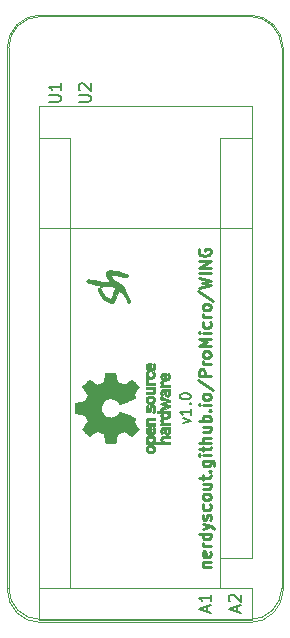
<source format=gbr>
%TF.GenerationSoftware,KiCad,Pcbnew,5.1.5+dfsg1-2~bpo10+1*%
%TF.CreationDate,Date%
%TF.ProjectId,ProMicro_WING,50726f4d-6963-4726-9f5f-57494e472e6b,v1.0*%
%TF.SameCoordinates,Original*%
%TF.FileFunction,Legend,Top*%
%TF.FilePolarity,Positive*%
%FSLAX45Y45*%
G04 Gerber Fmt 4.5, Leading zero omitted, Abs format (unit mm)*
G04 Created by KiCad*
%MOMM*%
%LPD*%
G04 APERTURE LIST*
%ADD10C,0.050000*%
%ADD11C,0.200000*%
%ADD12C,0.250000*%
%ADD13C,0.010000*%
%ADD14C,0.120000*%
%ADD15R,1.600000X1.600000*%
%ADD16C,1.600000*%
%ADD17C,2.700000*%
%ADD18O,1.600000X1.600000*%
G04 APERTURE END LIST*
D10*
X-1930400Y4445000D02*
G75*
G02X-1651000Y4724400I279400J0D01*
G01*
X127000Y4724400D02*
G75*
G02X406400Y4445000I0J-279400D01*
G01*
X406400Y-139700D02*
G75*
G02X127000Y-419100I-279400J0D01*
G01*
X-1651000Y-419100D02*
G75*
G02X-1930400Y-139700I0J279400D01*
G01*
D11*
X-438386Y1268429D02*
X-378386Y1289857D01*
X-438386Y1311286D01*
X-378386Y1392714D02*
X-378386Y1341286D01*
X-378386Y1367000D02*
X-468386Y1367000D01*
X-455529Y1358429D01*
X-446957Y1349857D01*
X-442671Y1341286D01*
X-386957Y1431286D02*
X-382671Y1435571D01*
X-378386Y1431286D01*
X-382671Y1427000D01*
X-386957Y1431286D01*
X-378386Y1431286D01*
X-468386Y1491286D02*
X-468386Y1499857D01*
X-464100Y1508429D01*
X-459814Y1512714D01*
X-451243Y1517000D01*
X-434100Y1521286D01*
X-412671Y1521286D01*
X-395529Y1517000D01*
X-386957Y1512714D01*
X-382671Y1508429D01*
X-378386Y1499857D01*
X-378386Y1491286D01*
X-382671Y1482714D01*
X-386957Y1478429D01*
X-395529Y1474143D01*
X-412671Y1469857D01*
X-434100Y1469857D01*
X-451243Y1474143D01*
X-459814Y1478429D01*
X-464100Y1482714D01*
X-468386Y1491286D01*
D12*
X-275429Y51762D02*
X-208762Y51762D01*
X-265905Y51762D02*
X-270667Y56524D01*
X-275429Y66048D01*
X-275429Y80333D01*
X-270667Y89857D01*
X-261143Y94619D01*
X-208762Y94619D01*
X-213524Y180333D02*
X-208762Y170810D01*
X-208762Y151762D01*
X-213524Y142238D01*
X-223048Y137476D01*
X-261143Y137476D01*
X-270667Y142238D01*
X-275429Y151762D01*
X-275429Y170810D01*
X-270667Y180333D01*
X-261143Y185095D01*
X-251619Y185095D01*
X-242095Y137476D01*
X-208762Y227952D02*
X-275429Y227952D01*
X-256381Y227952D02*
X-265905Y232714D01*
X-270667Y237476D01*
X-275429Y247000D01*
X-275429Y256524D01*
X-208762Y332714D02*
X-308762Y332714D01*
X-213524Y332714D02*
X-208762Y323191D01*
X-208762Y304143D01*
X-213524Y294619D01*
X-218286Y289857D01*
X-227810Y285095D01*
X-256381Y285095D01*
X-265905Y289857D01*
X-270667Y294619D01*
X-275429Y304143D01*
X-275429Y323191D01*
X-270667Y332714D01*
X-275429Y370810D02*
X-208762Y394619D01*
X-275429Y418429D02*
X-208762Y394619D01*
X-184952Y385095D01*
X-180190Y380333D01*
X-175429Y370810D01*
X-213524Y451762D02*
X-208762Y461286D01*
X-208762Y480333D01*
X-213524Y489857D01*
X-223048Y494619D01*
X-227810Y494619D01*
X-237333Y489857D01*
X-242095Y480333D01*
X-242095Y466048D01*
X-246857Y456524D01*
X-256381Y451762D01*
X-261143Y451762D01*
X-270667Y456524D01*
X-275429Y466048D01*
X-275429Y480333D01*
X-270667Y489857D01*
X-213524Y580333D02*
X-208762Y570810D01*
X-208762Y551762D01*
X-213524Y542238D01*
X-218286Y537476D01*
X-227810Y532714D01*
X-256381Y532714D01*
X-265905Y537476D01*
X-270667Y542238D01*
X-275429Y551762D01*
X-275429Y570810D01*
X-270667Y580333D01*
X-208762Y637476D02*
X-213524Y627952D01*
X-218286Y623191D01*
X-227810Y618429D01*
X-256381Y618429D01*
X-265905Y623191D01*
X-270667Y627952D01*
X-275429Y637476D01*
X-275429Y651762D01*
X-270667Y661286D01*
X-265905Y666048D01*
X-256381Y670810D01*
X-227810Y670810D01*
X-218286Y666048D01*
X-213524Y661286D01*
X-208762Y651762D01*
X-208762Y637476D01*
X-275429Y756524D02*
X-208762Y756524D01*
X-275429Y713667D02*
X-223048Y713667D01*
X-213524Y718429D01*
X-208762Y727952D01*
X-208762Y742238D01*
X-213524Y751762D01*
X-218286Y756524D01*
X-275429Y789857D02*
X-275429Y827952D01*
X-308762Y804143D02*
X-223048Y804143D01*
X-213524Y808905D01*
X-208762Y818429D01*
X-208762Y827952D01*
X-218286Y861286D02*
X-213524Y866048D01*
X-208762Y861286D01*
X-213524Y856524D01*
X-218286Y861286D01*
X-208762Y861286D01*
X-275429Y951762D02*
X-194476Y951762D01*
X-184952Y947000D01*
X-180190Y942238D01*
X-175429Y932714D01*
X-175429Y918429D01*
X-180190Y908905D01*
X-213524Y951762D02*
X-208762Y942238D01*
X-208762Y923190D01*
X-213524Y913667D01*
X-218286Y908905D01*
X-227810Y904143D01*
X-256381Y904143D01*
X-265905Y908905D01*
X-270667Y913667D01*
X-275429Y923190D01*
X-275429Y942238D01*
X-270667Y951762D01*
X-208762Y999381D02*
X-275429Y999381D01*
X-308762Y999381D02*
X-304000Y994619D01*
X-299238Y999381D01*
X-304000Y1004143D01*
X-308762Y999381D01*
X-299238Y999381D01*
X-275429Y1032714D02*
X-275429Y1070810D01*
X-308762Y1047000D02*
X-223048Y1047000D01*
X-213524Y1051762D01*
X-208762Y1061286D01*
X-208762Y1070810D01*
X-208762Y1104143D02*
X-308762Y1104143D01*
X-208762Y1147000D02*
X-261143Y1147000D01*
X-270667Y1142238D01*
X-275429Y1132714D01*
X-275429Y1118429D01*
X-270667Y1108905D01*
X-265905Y1104143D01*
X-275429Y1237476D02*
X-208762Y1237476D01*
X-275429Y1194619D02*
X-223048Y1194619D01*
X-213524Y1199381D01*
X-208762Y1208905D01*
X-208762Y1223191D01*
X-213524Y1232714D01*
X-218286Y1237476D01*
X-208762Y1285095D02*
X-308762Y1285095D01*
X-270667Y1285095D02*
X-275429Y1294619D01*
X-275429Y1313667D01*
X-270667Y1323191D01*
X-265905Y1327952D01*
X-256381Y1332714D01*
X-227810Y1332714D01*
X-218286Y1327952D01*
X-213524Y1323191D01*
X-208762Y1313667D01*
X-208762Y1294619D01*
X-213524Y1285095D01*
X-218286Y1375572D02*
X-213524Y1380333D01*
X-208762Y1375572D01*
X-213524Y1370810D01*
X-218286Y1375572D01*
X-208762Y1375572D01*
X-208762Y1423190D02*
X-275429Y1423190D01*
X-308762Y1423190D02*
X-304000Y1418429D01*
X-299238Y1423190D01*
X-304000Y1427952D01*
X-308762Y1423190D01*
X-299238Y1423190D01*
X-208762Y1485095D02*
X-213524Y1475571D01*
X-218286Y1470810D01*
X-227810Y1466048D01*
X-256381Y1466048D01*
X-265905Y1470810D01*
X-270667Y1475571D01*
X-275429Y1485095D01*
X-275429Y1499381D01*
X-270667Y1508905D01*
X-265905Y1513667D01*
X-256381Y1518429D01*
X-227810Y1518429D01*
X-218286Y1513667D01*
X-213524Y1508905D01*
X-208762Y1499381D01*
X-208762Y1485095D01*
X-313524Y1632714D02*
X-184952Y1547000D01*
X-208762Y1666048D02*
X-308762Y1666048D01*
X-308762Y1704143D01*
X-304000Y1713667D01*
X-299238Y1718429D01*
X-289714Y1723190D01*
X-275429Y1723190D01*
X-265905Y1718429D01*
X-261143Y1713667D01*
X-256381Y1704143D01*
X-256381Y1666048D01*
X-208762Y1766048D02*
X-275429Y1766048D01*
X-256381Y1766048D02*
X-265905Y1770810D01*
X-270667Y1775571D01*
X-275429Y1785095D01*
X-275429Y1794619D01*
X-208762Y1842238D02*
X-213524Y1832714D01*
X-218286Y1827952D01*
X-227810Y1823190D01*
X-256381Y1823190D01*
X-265905Y1827952D01*
X-270667Y1832714D01*
X-275429Y1842238D01*
X-275429Y1856524D01*
X-270667Y1866048D01*
X-265905Y1870810D01*
X-256381Y1875571D01*
X-227810Y1875571D01*
X-218286Y1870810D01*
X-213524Y1866048D01*
X-208762Y1856524D01*
X-208762Y1842238D01*
X-208762Y1918429D02*
X-308762Y1918429D01*
X-237333Y1951762D01*
X-308762Y1985095D01*
X-208762Y1985095D01*
X-208762Y2032714D02*
X-275429Y2032714D01*
X-308762Y2032714D02*
X-304000Y2027952D01*
X-299238Y2032714D01*
X-304000Y2037476D01*
X-308762Y2032714D01*
X-299238Y2032714D01*
X-213524Y2123191D02*
X-208762Y2113667D01*
X-208762Y2094619D01*
X-213524Y2085095D01*
X-218286Y2080333D01*
X-227810Y2075571D01*
X-256381Y2075571D01*
X-265905Y2080333D01*
X-270667Y2085095D01*
X-275429Y2094619D01*
X-275429Y2113667D01*
X-270667Y2123191D01*
X-208762Y2166048D02*
X-275429Y2166048D01*
X-256381Y2166048D02*
X-265905Y2170810D01*
X-270667Y2175572D01*
X-275429Y2185095D01*
X-275429Y2194619D01*
X-208762Y2242238D02*
X-213524Y2232714D01*
X-218286Y2227952D01*
X-227810Y2223191D01*
X-256381Y2223191D01*
X-265905Y2227952D01*
X-270667Y2232714D01*
X-275429Y2242238D01*
X-275429Y2256524D01*
X-270667Y2266048D01*
X-265905Y2270810D01*
X-256381Y2275572D01*
X-227810Y2275572D01*
X-218286Y2270810D01*
X-213524Y2266048D01*
X-208762Y2256524D01*
X-208762Y2242238D01*
X-313524Y2389857D02*
X-184952Y2304143D01*
X-308762Y2413667D02*
X-208762Y2437476D01*
X-280191Y2456524D01*
X-208762Y2475572D01*
X-308762Y2499381D01*
X-208762Y2537476D02*
X-308762Y2537476D01*
X-208762Y2585095D02*
X-308762Y2585095D01*
X-208762Y2642238D01*
X-308762Y2642238D01*
X-304000Y2742238D02*
X-308762Y2732714D01*
X-308762Y2718429D01*
X-304000Y2704143D01*
X-294476Y2694619D01*
X-284952Y2689857D01*
X-265905Y2685095D01*
X-251619Y2685095D01*
X-232571Y2689857D01*
X-223048Y2694619D01*
X-213524Y2704143D01*
X-208762Y2718429D01*
X-208762Y2727952D01*
X-213524Y2742238D01*
X-218286Y2747000D01*
X-251619Y2747000D01*
X-251619Y2727952D01*
D10*
X-1930400Y-139700D02*
X-1930400Y4445000D01*
X127000Y-419100D02*
X-1651000Y-419100D01*
X406400Y4445000D02*
X406400Y-139700D01*
X-1651000Y4724400D02*
X127000Y4724400D01*
D13*
G36*
X-1258024Y2483396D02*
G01*
X-1246048Y2485938D01*
X-1224934Y2483574D01*
X-1218160Y2482020D01*
X-1192797Y2476935D01*
X-1158144Y2471760D01*
X-1122549Y2467704D01*
X-1059764Y2461800D01*
X-1078099Y2485109D01*
X-1094221Y2513977D01*
X-1095024Y2537742D01*
X-1081820Y2554502D01*
X-1055918Y2562356D01*
X-1025949Y2560790D01*
X-992244Y2553100D01*
X-957211Y2541849D01*
X-927298Y2529331D01*
X-911462Y2520009D01*
X-906982Y2511420D01*
X-915017Y2505470D01*
X-931200Y2503508D01*
X-951163Y2506884D01*
X-952500Y2507325D01*
X-979590Y2515012D01*
X-1008746Y2520960D01*
X-1034961Y2524439D01*
X-1053225Y2524724D01*
X-1058538Y2522735D01*
X-1055727Y2512817D01*
X-1042515Y2497343D01*
X-1022847Y2479756D01*
X-1000667Y2463496D01*
X-979920Y2452005D01*
X-975540Y2450321D01*
X-957049Y2440747D01*
X-948241Y2429693D01*
X-948125Y2428567D01*
X-943618Y2413067D01*
X-932951Y2393115D01*
X-932723Y2392766D01*
X-921812Y2372818D01*
X-910026Y2346546D01*
X-899884Y2320192D01*
X-893901Y2300001D01*
X-893233Y2294813D01*
X-898320Y2283762D01*
X-898840Y2283215D01*
X-905350Y2286510D01*
X-915018Y2301458D01*
X-918859Y2309321D01*
X-932778Y2334203D01*
X-950462Y2358369D01*
X-968238Y2377471D01*
X-982434Y2387159D01*
X-984965Y2387600D01*
X-991524Y2380208D01*
X-1000617Y2360999D01*
X-1008652Y2338917D01*
X-1022448Y2306105D01*
X-1038657Y2289352D01*
X-1059597Y2287784D01*
X-1087585Y2300526D01*
X-1096084Y2305931D01*
X-1116896Y2324042D01*
X-1136009Y2347948D01*
X-1151030Y2373422D01*
X-1159568Y2396244D01*
X-1159232Y2412188D01*
X-1157576Y2414511D01*
X-1148743Y2414730D01*
X-1137602Y2399140D01*
X-1134156Y2392234D01*
X-1118901Y2368389D01*
X-1098320Y2346385D01*
X-1076599Y2329736D01*
X-1057921Y2321952D01*
X-1051022Y2322485D01*
X-1042045Y2333065D01*
X-1034529Y2353627D01*
X-1033286Y2359407D01*
X-1026012Y2384584D01*
X-1015979Y2404218D01*
X-1014333Y2406250D01*
X-1006492Y2417350D01*
X-1012501Y2422648D01*
X-1021400Y2424754D01*
X-1055975Y2430638D01*
X-1086751Y2433789D01*
X-1109814Y2434011D01*
X-1121248Y2431108D01*
X-1121833Y2429771D01*
X-1128693Y2422403D01*
X-1134533Y2421467D01*
X-1145807Y2425558D01*
X-1147233Y2429029D01*
X-1154865Y2434293D01*
X-1174767Y2440532D01*
X-1199554Y2445807D01*
X-1235073Y2454376D01*
X-1256302Y2464738D01*
X-1262225Y2476238D01*
X-1258024Y2483396D01*
G37*
X-1258024Y2483396D02*
X-1246048Y2485938D01*
X-1224934Y2483574D01*
X-1218160Y2482020D01*
X-1192797Y2476935D01*
X-1158144Y2471760D01*
X-1122549Y2467704D01*
X-1059764Y2461800D01*
X-1078099Y2485109D01*
X-1094221Y2513977D01*
X-1095024Y2537742D01*
X-1081820Y2554502D01*
X-1055918Y2562356D01*
X-1025949Y2560790D01*
X-992244Y2553100D01*
X-957211Y2541849D01*
X-927298Y2529331D01*
X-911462Y2520009D01*
X-906982Y2511420D01*
X-915017Y2505470D01*
X-931200Y2503508D01*
X-951163Y2506884D01*
X-952500Y2507325D01*
X-979590Y2515012D01*
X-1008746Y2520960D01*
X-1034961Y2524439D01*
X-1053225Y2524724D01*
X-1058538Y2522735D01*
X-1055727Y2512817D01*
X-1042515Y2497343D01*
X-1022847Y2479756D01*
X-1000667Y2463496D01*
X-979920Y2452005D01*
X-975540Y2450321D01*
X-957049Y2440747D01*
X-948241Y2429693D01*
X-948125Y2428567D01*
X-943618Y2413067D01*
X-932951Y2393115D01*
X-932723Y2392766D01*
X-921812Y2372818D01*
X-910026Y2346546D01*
X-899884Y2320192D01*
X-893901Y2300001D01*
X-893233Y2294813D01*
X-898320Y2283762D01*
X-898840Y2283215D01*
X-905350Y2286510D01*
X-915018Y2301458D01*
X-918859Y2309321D01*
X-932778Y2334203D01*
X-950462Y2358369D01*
X-968238Y2377471D01*
X-982434Y2387159D01*
X-984965Y2387600D01*
X-991524Y2380208D01*
X-1000617Y2360999D01*
X-1008652Y2338917D01*
X-1022448Y2306105D01*
X-1038657Y2289352D01*
X-1059597Y2287784D01*
X-1087585Y2300526D01*
X-1096084Y2305931D01*
X-1116896Y2324042D01*
X-1136009Y2347948D01*
X-1151030Y2373422D01*
X-1159568Y2396244D01*
X-1159232Y2412188D01*
X-1157576Y2414511D01*
X-1148743Y2414730D01*
X-1137602Y2399140D01*
X-1134156Y2392234D01*
X-1118901Y2368389D01*
X-1098320Y2346385D01*
X-1076599Y2329736D01*
X-1057921Y2321952D01*
X-1051022Y2322485D01*
X-1042045Y2333065D01*
X-1034529Y2353627D01*
X-1033286Y2359407D01*
X-1026012Y2384584D01*
X-1015979Y2404218D01*
X-1014333Y2406250D01*
X-1006492Y2417350D01*
X-1012501Y2422648D01*
X-1021400Y2424754D01*
X-1055975Y2430638D01*
X-1086751Y2433789D01*
X-1109814Y2434011D01*
X-1121248Y2431108D01*
X-1121833Y2429771D01*
X-1128693Y2422403D01*
X-1134533Y2421467D01*
X-1145807Y2425558D01*
X-1147233Y2429029D01*
X-1154865Y2434293D01*
X-1174767Y2440532D01*
X-1199554Y2445807D01*
X-1235073Y2454376D01*
X-1256302Y2464738D01*
X-1262225Y2476238D01*
X-1258024Y2483396D01*
D14*
X-1651000Y-393700D02*
X127000Y-393700D01*
X-1651000Y4711700D02*
X127000Y4711700D01*
X-1917700Y-127000D02*
X-1917700Y4445000D01*
X393700Y-127000D02*
X393700Y4445000D01*
X-1651000Y-393700D02*
G75*
G02X-1917700Y-127000I0J266700D01*
G01*
X393700Y-127000D02*
G75*
G02X127000Y-393700I-266700J0D01*
G01*
X-1917700Y4445000D02*
G75*
G02X-1651000Y4711700I266700J0D01*
G01*
X127000Y4711700D02*
G75*
G02X393700Y4445000I0J-266700D01*
G01*
X127000Y4711700D02*
G75*
G02X393700Y4445000I0J-266700D01*
G01*
X-1917700Y4445000D02*
G75*
G02X-1651000Y4711700I266700J0D01*
G01*
X393700Y-127000D02*
G75*
G02X127000Y-393700I-266700J0D01*
G01*
X-1651000Y-393700D02*
G75*
G02X-1917700Y-127000I0J266700D01*
G01*
X393700Y-127000D02*
X393700Y4445000D01*
X-1917700Y-127000D02*
X-1917700Y4445000D01*
X-1651000Y4711700D02*
X127000Y4711700D01*
X-1651000Y-393700D02*
X127000Y-393700D01*
X140000Y127000D02*
X140000Y2921000D01*
X-1397000Y-127000D02*
X-1397000Y2921000D01*
X-127000Y127000D02*
X140000Y127000D01*
X-127000Y-127000D02*
X-127000Y2921000D01*
X140000Y2921000D02*
X-1664000Y2921000D01*
X-1664000Y2921000D02*
X-1664000Y-127000D01*
X-1664000Y-127000D02*
X-127000Y-127000D01*
X-1664000Y-394000D02*
X140000Y-394000D01*
X-1664000Y3950000D02*
X-1664000Y-394000D01*
X140000Y3950000D02*
X-1664000Y3950000D01*
X-127000Y3683000D02*
X140000Y3683000D01*
X-127000Y127000D02*
X-127000Y3683000D01*
X-127000Y127000D02*
X140000Y127000D01*
X-1397000Y3683000D02*
X-1664000Y3683000D01*
X-1397000Y-127000D02*
X-1397000Y3683000D01*
X-1397000Y-127000D02*
X-1664000Y-127000D01*
X140000Y-394000D02*
X140000Y-127000D01*
X140000Y127000D02*
X140000Y3950000D01*
X-127000Y-127000D02*
X140000Y-127000D01*
X-127000Y127000D02*
X-127000Y-127000D01*
D13*
G36*
X-1312642Y1447096D02*
G01*
X-1272568Y1454651D01*
X-1249585Y1510404D01*
X-1272325Y1543846D01*
X-1278657Y1553212D01*
X-1284310Y1561678D01*
X-1289027Y1568849D01*
X-1292550Y1574331D01*
X-1294620Y1577728D01*
X-1295066Y1578653D01*
X-1293918Y1580319D01*
X-1290745Y1583881D01*
X-1285952Y1588937D01*
X-1279944Y1595090D01*
X-1273127Y1601940D01*
X-1265906Y1609088D01*
X-1258686Y1616135D01*
X-1251873Y1622681D01*
X-1245872Y1628328D01*
X-1241088Y1632676D01*
X-1237927Y1635327D01*
X-1236870Y1635960D01*
X-1234919Y1635049D01*
X-1230647Y1632492D01*
X-1224470Y1628560D01*
X-1216807Y1623520D01*
X-1208075Y1617643D01*
X-1203095Y1614237D01*
X-1194001Y1608029D01*
X-1185794Y1602513D01*
X-1178884Y1597955D01*
X-1173678Y1594625D01*
X-1170585Y1592789D01*
X-1169935Y1592513D01*
X-1168088Y1593138D01*
X-1163783Y1594843D01*
X-1157625Y1597370D01*
X-1150220Y1600462D01*
X-1142173Y1603862D01*
X-1134089Y1607312D01*
X-1126574Y1610555D01*
X-1120233Y1613334D01*
X-1115671Y1615392D01*
X-1113493Y1616472D01*
X-1113407Y1616536D01*
X-1112992Y1618231D01*
X-1112064Y1622745D01*
X-1110716Y1629611D01*
X-1109038Y1638360D01*
X-1107122Y1648525D01*
X-1106017Y1654456D01*
X-1103949Y1665317D01*
X-1101981Y1675128D01*
X-1100221Y1683391D01*
X-1098777Y1689610D01*
X-1097755Y1693290D01*
X-1097431Y1694030D01*
X-1095238Y1694754D01*
X-1090285Y1695338D01*
X-1083152Y1695783D01*
X-1074416Y1696089D01*
X-1064658Y1696256D01*
X-1054457Y1696285D01*
X-1044392Y1696176D01*
X-1035043Y1695929D01*
X-1026987Y1695546D01*
X-1020806Y1695025D01*
X-1017077Y1694368D01*
X-1016301Y1693974D01*
X-1015370Y1691619D01*
X-1014040Y1686628D01*
X-1012466Y1679662D01*
X-1010805Y1671381D01*
X-1010268Y1668490D01*
X-1007715Y1654553D01*
X-1005659Y1643544D01*
X-1004018Y1635098D01*
X-1002711Y1628853D01*
X-1001656Y1624444D01*
X-1000771Y1621508D01*
X-999974Y1619681D01*
X-999183Y1618600D01*
X-999027Y1618448D01*
X-996511Y1616938D01*
X-991615Y1614633D01*
X-984938Y1611764D01*
X-977079Y1608562D01*
X-968639Y1605256D01*
X-960217Y1602077D01*
X-952412Y1599255D01*
X-945824Y1597019D01*
X-941053Y1595601D01*
X-938697Y1595229D01*
X-938615Y1595260D01*
X-936690Y1596519D01*
X-932454Y1599374D01*
X-926348Y1603527D01*
X-918813Y1608676D01*
X-910290Y1614521D01*
X-907868Y1616186D01*
X-899088Y1622121D01*
X-891076Y1627345D01*
X-884294Y1631571D01*
X-879201Y1634515D01*
X-876257Y1635894D01*
X-875895Y1635960D01*
X-873994Y1634802D01*
X-870229Y1631602D01*
X-865003Y1626772D01*
X-858721Y1620722D01*
X-851789Y1613864D01*
X-844611Y1606610D01*
X-837592Y1599371D01*
X-831136Y1592558D01*
X-825649Y1586583D01*
X-821534Y1581857D01*
X-819197Y1578791D01*
X-818816Y1577943D01*
X-819714Y1575969D01*
X-822138Y1571927D01*
X-825679Y1566476D01*
X-828529Y1562282D01*
X-833758Y1554683D01*
X-839915Y1545683D01*
X-846063Y1536656D01*
X-849353Y1531803D01*
X-860464Y1515376D01*
X-853008Y1501587D01*
X-849742Y1495305D01*
X-847203Y1489963D01*
X-845755Y1486348D01*
X-845554Y1485428D01*
X-847042Y1484322D01*
X-851245Y1482139D01*
X-857777Y1479043D01*
X-866250Y1475197D01*
X-876275Y1470763D01*
X-887466Y1465905D01*
X-899434Y1460785D01*
X-911792Y1455566D01*
X-924151Y1450411D01*
X-936124Y1445484D01*
X-947324Y1440947D01*
X-957362Y1436962D01*
X-965851Y1433694D01*
X-972403Y1431305D01*
X-976631Y1429957D01*
X-978083Y1429741D01*
X-979935Y1431458D01*
X-982941Y1435219D01*
X-986477Y1440237D01*
X-986757Y1440658D01*
X-997137Y1453626D01*
X-1009248Y1464083D01*
X-1022702Y1471938D01*
X-1037112Y1477100D01*
X-1052090Y1479478D01*
X-1067248Y1478982D01*
X-1082201Y1475522D01*
X-1096560Y1469006D01*
X-1099702Y1467089D01*
X-1112388Y1457117D01*
X-1122575Y1445338D01*
X-1130210Y1432157D01*
X-1135240Y1417983D01*
X-1137612Y1403224D01*
X-1137274Y1388287D01*
X-1134171Y1373580D01*
X-1128252Y1359511D01*
X-1119463Y1346487D01*
X-1115896Y1342459D01*
X-1104729Y1332206D01*
X-1092974Y1324734D01*
X-1079798Y1319609D01*
X-1066749Y1316755D01*
X-1052078Y1316050D01*
X-1037335Y1318400D01*
X-1023017Y1323565D01*
X-1009622Y1331307D01*
X-997650Y1341388D01*
X-987599Y1353568D01*
X-986539Y1355168D01*
X-983069Y1360240D01*
X-980063Y1364095D01*
X-978143Y1365938D01*
X-978083Y1365965D01*
X-976006Y1365569D01*
X-971294Y1364001D01*
X-964333Y1361422D01*
X-955511Y1357997D01*
X-945216Y1353888D01*
X-933835Y1349258D01*
X-921756Y1344270D01*
X-909368Y1339087D01*
X-897057Y1333872D01*
X-885211Y1328788D01*
X-874218Y1323999D01*
X-864465Y1319666D01*
X-856341Y1315954D01*
X-850232Y1313024D01*
X-846527Y1311041D01*
X-845554Y1310243D01*
X-846312Y1307802D01*
X-848344Y1303236D01*
X-851287Y1297331D01*
X-853008Y1294084D01*
X-860464Y1280295D01*
X-849353Y1263868D01*
X-843661Y1255482D01*
X-837397Y1246301D01*
X-831499Y1237698D01*
X-828529Y1233389D01*
X-824459Y1227328D01*
X-821234Y1222196D01*
X-819262Y1218662D01*
X-818845Y1217514D01*
X-819969Y1215843D01*
X-823109Y1212145D01*
X-827938Y1206780D01*
X-834129Y1200104D01*
X-841358Y1192477D01*
X-845999Y1187653D01*
X-854291Y1179213D01*
X-861708Y1171920D01*
X-867932Y1166067D01*
X-872646Y1161950D01*
X-875533Y1159863D01*
X-876118Y1159663D01*
X-878347Y1160592D01*
X-882852Y1163159D01*
X-889179Y1167080D01*
X-896870Y1172070D01*
X-905471Y1177843D01*
X-907868Y1179485D01*
X-916583Y1185468D01*
X-924429Y1190835D01*
X-930965Y1195287D01*
X-935752Y1198524D01*
X-938346Y1200245D01*
X-938615Y1200411D01*
X-940683Y1200162D01*
X-945230Y1198842D01*
X-951656Y1196681D01*
X-959361Y1193910D01*
X-967747Y1190757D01*
X-976213Y1187454D01*
X-984161Y1184230D01*
X-990990Y1181316D01*
X-996100Y1178941D01*
X-998893Y1177337D01*
X-999027Y1177223D01*
X-999825Y1176241D01*
X-1000615Y1174584D01*
X-1001477Y1171887D01*
X-1002494Y1167786D01*
X-1003747Y1161918D01*
X-1005318Y1153919D01*
X-1007289Y1143425D01*
X-1009741Y1130072D01*
X-1010268Y1127180D01*
X-1011924Y1118612D01*
X-1013543Y1111142D01*
X-1014970Y1105431D01*
X-1016049Y1102138D01*
X-1016301Y1101697D01*
X-1018530Y1100969D01*
X-1023513Y1100378D01*
X-1030670Y1099923D01*
X-1039421Y1099606D01*
X-1049187Y1099425D01*
X-1059390Y1099382D01*
X-1069450Y1099478D01*
X-1078787Y1099712D01*
X-1086824Y1100084D01*
X-1092979Y1100597D01*
X-1096675Y1101248D01*
X-1097431Y1101641D01*
X-1098194Y1103829D01*
X-1099436Y1108811D01*
X-1101048Y1116090D01*
X-1102923Y1125171D01*
X-1104953Y1135557D01*
X-1106017Y1141215D01*
X-1108024Y1151951D01*
X-1109842Y1161525D01*
X-1111380Y1169469D01*
X-1112547Y1175315D01*
X-1113251Y1178596D01*
X-1113407Y1179135D01*
X-1115168Y1180048D01*
X-1119408Y1181977D01*
X-1125523Y1184665D01*
X-1132906Y1187855D01*
X-1140951Y1191290D01*
X-1149053Y1194713D01*
X-1156606Y1197867D01*
X-1163005Y1200495D01*
X-1167642Y1202339D01*
X-1169913Y1203143D01*
X-1170012Y1203158D01*
X-1171804Y1202247D01*
X-1175927Y1199691D01*
X-1181971Y1195761D01*
X-1189527Y1190724D01*
X-1198185Y1184849D01*
X-1203158Y1181434D01*
X-1212276Y1175211D01*
X-1220555Y1169684D01*
X-1227575Y1165122D01*
X-1232918Y1161795D01*
X-1236164Y1159974D01*
X-1236892Y1159711D01*
X-1238586Y1160841D01*
X-1242202Y1163968D01*
X-1247337Y1168691D01*
X-1253583Y1174611D01*
X-1260537Y1181328D01*
X-1267794Y1188443D01*
X-1274947Y1195557D01*
X-1281591Y1202271D01*
X-1287323Y1208184D01*
X-1291735Y1212898D01*
X-1294424Y1216012D01*
X-1295066Y1217054D01*
X-1294164Y1218751D01*
X-1291629Y1222809D01*
X-1287719Y1228834D01*
X-1282693Y1236431D01*
X-1276808Y1245205D01*
X-1272325Y1251824D01*
X-1249585Y1285267D01*
X-1261076Y1313143D01*
X-1272568Y1341020D01*
X-1312642Y1348575D01*
X-1352717Y1356129D01*
X-1352717Y1439541D01*
X-1312642Y1447096D01*
G37*
X-1312642Y1447096D02*
X-1272568Y1454651D01*
X-1249585Y1510404D01*
X-1272325Y1543846D01*
X-1278657Y1553212D01*
X-1284310Y1561678D01*
X-1289027Y1568849D01*
X-1292550Y1574331D01*
X-1294620Y1577728D01*
X-1295066Y1578653D01*
X-1293918Y1580319D01*
X-1290745Y1583881D01*
X-1285952Y1588937D01*
X-1279944Y1595090D01*
X-1273127Y1601940D01*
X-1265906Y1609088D01*
X-1258686Y1616135D01*
X-1251873Y1622681D01*
X-1245872Y1628328D01*
X-1241088Y1632676D01*
X-1237927Y1635327D01*
X-1236870Y1635960D01*
X-1234919Y1635049D01*
X-1230647Y1632492D01*
X-1224470Y1628560D01*
X-1216807Y1623520D01*
X-1208075Y1617643D01*
X-1203095Y1614237D01*
X-1194001Y1608029D01*
X-1185794Y1602513D01*
X-1178884Y1597955D01*
X-1173678Y1594625D01*
X-1170585Y1592789D01*
X-1169935Y1592513D01*
X-1168088Y1593138D01*
X-1163783Y1594843D01*
X-1157625Y1597370D01*
X-1150220Y1600462D01*
X-1142173Y1603862D01*
X-1134089Y1607312D01*
X-1126574Y1610555D01*
X-1120233Y1613334D01*
X-1115671Y1615392D01*
X-1113493Y1616472D01*
X-1113407Y1616536D01*
X-1112992Y1618231D01*
X-1112064Y1622745D01*
X-1110716Y1629611D01*
X-1109038Y1638360D01*
X-1107122Y1648525D01*
X-1106017Y1654456D01*
X-1103949Y1665317D01*
X-1101981Y1675128D01*
X-1100221Y1683391D01*
X-1098777Y1689610D01*
X-1097755Y1693290D01*
X-1097431Y1694030D01*
X-1095238Y1694754D01*
X-1090285Y1695338D01*
X-1083152Y1695783D01*
X-1074416Y1696089D01*
X-1064658Y1696256D01*
X-1054457Y1696285D01*
X-1044392Y1696176D01*
X-1035043Y1695929D01*
X-1026987Y1695546D01*
X-1020806Y1695025D01*
X-1017077Y1694368D01*
X-1016301Y1693974D01*
X-1015370Y1691619D01*
X-1014040Y1686628D01*
X-1012466Y1679662D01*
X-1010805Y1671381D01*
X-1010268Y1668490D01*
X-1007715Y1654553D01*
X-1005659Y1643544D01*
X-1004018Y1635098D01*
X-1002711Y1628853D01*
X-1001656Y1624444D01*
X-1000771Y1621508D01*
X-999974Y1619681D01*
X-999183Y1618600D01*
X-999027Y1618448D01*
X-996511Y1616938D01*
X-991615Y1614633D01*
X-984938Y1611764D01*
X-977079Y1608562D01*
X-968639Y1605256D01*
X-960217Y1602077D01*
X-952412Y1599255D01*
X-945824Y1597019D01*
X-941053Y1595601D01*
X-938697Y1595229D01*
X-938615Y1595260D01*
X-936690Y1596519D01*
X-932454Y1599374D01*
X-926348Y1603527D01*
X-918813Y1608676D01*
X-910290Y1614521D01*
X-907868Y1616186D01*
X-899088Y1622121D01*
X-891076Y1627345D01*
X-884294Y1631571D01*
X-879201Y1634515D01*
X-876257Y1635894D01*
X-875895Y1635960D01*
X-873994Y1634802D01*
X-870229Y1631602D01*
X-865003Y1626772D01*
X-858721Y1620722D01*
X-851789Y1613864D01*
X-844611Y1606610D01*
X-837592Y1599371D01*
X-831136Y1592558D01*
X-825649Y1586583D01*
X-821534Y1581857D01*
X-819197Y1578791D01*
X-818816Y1577943D01*
X-819714Y1575969D01*
X-822138Y1571927D01*
X-825679Y1566476D01*
X-828529Y1562282D01*
X-833758Y1554683D01*
X-839915Y1545683D01*
X-846063Y1536656D01*
X-849353Y1531803D01*
X-860464Y1515376D01*
X-853008Y1501587D01*
X-849742Y1495305D01*
X-847203Y1489963D01*
X-845755Y1486348D01*
X-845554Y1485428D01*
X-847042Y1484322D01*
X-851245Y1482139D01*
X-857777Y1479043D01*
X-866250Y1475197D01*
X-876275Y1470763D01*
X-887466Y1465905D01*
X-899434Y1460785D01*
X-911792Y1455566D01*
X-924151Y1450411D01*
X-936124Y1445484D01*
X-947324Y1440947D01*
X-957362Y1436962D01*
X-965851Y1433694D01*
X-972403Y1431305D01*
X-976631Y1429957D01*
X-978083Y1429741D01*
X-979935Y1431458D01*
X-982941Y1435219D01*
X-986477Y1440237D01*
X-986757Y1440658D01*
X-997137Y1453626D01*
X-1009248Y1464083D01*
X-1022702Y1471938D01*
X-1037112Y1477100D01*
X-1052090Y1479478D01*
X-1067248Y1478982D01*
X-1082201Y1475522D01*
X-1096560Y1469006D01*
X-1099702Y1467089D01*
X-1112388Y1457117D01*
X-1122575Y1445338D01*
X-1130210Y1432157D01*
X-1135240Y1417983D01*
X-1137612Y1403224D01*
X-1137274Y1388287D01*
X-1134171Y1373580D01*
X-1128252Y1359511D01*
X-1119463Y1346487D01*
X-1115896Y1342459D01*
X-1104729Y1332206D01*
X-1092974Y1324734D01*
X-1079798Y1319609D01*
X-1066749Y1316755D01*
X-1052078Y1316050D01*
X-1037335Y1318400D01*
X-1023017Y1323565D01*
X-1009622Y1331307D01*
X-997650Y1341388D01*
X-987599Y1353568D01*
X-986539Y1355168D01*
X-983069Y1360240D01*
X-980063Y1364095D01*
X-978143Y1365938D01*
X-978083Y1365965D01*
X-976006Y1365569D01*
X-971294Y1364001D01*
X-964333Y1361422D01*
X-955511Y1357997D01*
X-945216Y1353888D01*
X-933835Y1349258D01*
X-921756Y1344270D01*
X-909368Y1339087D01*
X-897057Y1333872D01*
X-885211Y1328788D01*
X-874218Y1323999D01*
X-864465Y1319666D01*
X-856341Y1315954D01*
X-850232Y1313024D01*
X-846527Y1311041D01*
X-845554Y1310243D01*
X-846312Y1307802D01*
X-848344Y1303236D01*
X-851287Y1297331D01*
X-853008Y1294084D01*
X-860464Y1280295D01*
X-849353Y1263868D01*
X-843661Y1255482D01*
X-837397Y1246301D01*
X-831499Y1237698D01*
X-828529Y1233389D01*
X-824459Y1227328D01*
X-821234Y1222196D01*
X-819262Y1218662D01*
X-818845Y1217514D01*
X-819969Y1215843D01*
X-823109Y1212145D01*
X-827938Y1206780D01*
X-834129Y1200104D01*
X-841358Y1192477D01*
X-845999Y1187653D01*
X-854291Y1179213D01*
X-861708Y1171920D01*
X-867932Y1166067D01*
X-872646Y1161950D01*
X-875533Y1159863D01*
X-876118Y1159663D01*
X-878347Y1160592D01*
X-882852Y1163159D01*
X-889179Y1167080D01*
X-896870Y1172070D01*
X-905471Y1177843D01*
X-907868Y1179485D01*
X-916583Y1185468D01*
X-924429Y1190835D01*
X-930965Y1195287D01*
X-935752Y1198524D01*
X-938346Y1200245D01*
X-938615Y1200411D01*
X-940683Y1200162D01*
X-945230Y1198842D01*
X-951656Y1196681D01*
X-959361Y1193910D01*
X-967747Y1190757D01*
X-976213Y1187454D01*
X-984161Y1184230D01*
X-990990Y1181316D01*
X-996100Y1178941D01*
X-998893Y1177337D01*
X-999027Y1177223D01*
X-999825Y1176241D01*
X-1000615Y1174584D01*
X-1001477Y1171887D01*
X-1002494Y1167786D01*
X-1003747Y1161918D01*
X-1005318Y1153919D01*
X-1007289Y1143425D01*
X-1009741Y1130072D01*
X-1010268Y1127180D01*
X-1011924Y1118612D01*
X-1013543Y1111142D01*
X-1014970Y1105431D01*
X-1016049Y1102138D01*
X-1016301Y1101697D01*
X-1018530Y1100969D01*
X-1023513Y1100378D01*
X-1030670Y1099923D01*
X-1039421Y1099606D01*
X-1049187Y1099425D01*
X-1059390Y1099382D01*
X-1069450Y1099478D01*
X-1078787Y1099712D01*
X-1086824Y1100084D01*
X-1092979Y1100597D01*
X-1096675Y1101248D01*
X-1097431Y1101641D01*
X-1098194Y1103829D01*
X-1099436Y1108811D01*
X-1101048Y1116090D01*
X-1102923Y1125171D01*
X-1104953Y1135557D01*
X-1106017Y1141215D01*
X-1108024Y1151951D01*
X-1109842Y1161525D01*
X-1111380Y1169469D01*
X-1112547Y1175315D01*
X-1113251Y1178596D01*
X-1113407Y1179135D01*
X-1115168Y1180048D01*
X-1119408Y1181977D01*
X-1125523Y1184665D01*
X-1132906Y1187855D01*
X-1140951Y1191290D01*
X-1149053Y1194713D01*
X-1156606Y1197867D01*
X-1163005Y1200495D01*
X-1167642Y1202339D01*
X-1169913Y1203143D01*
X-1170012Y1203158D01*
X-1171804Y1202247D01*
X-1175927Y1199691D01*
X-1181971Y1195761D01*
X-1189527Y1190724D01*
X-1198185Y1184849D01*
X-1203158Y1181434D01*
X-1212276Y1175211D01*
X-1220555Y1169684D01*
X-1227575Y1165122D01*
X-1232918Y1161795D01*
X-1236164Y1159974D01*
X-1236892Y1159711D01*
X-1238586Y1160841D01*
X-1242202Y1163968D01*
X-1247337Y1168691D01*
X-1253583Y1174611D01*
X-1260537Y1181328D01*
X-1267794Y1188443D01*
X-1274947Y1195557D01*
X-1281591Y1202271D01*
X-1287323Y1208184D01*
X-1291735Y1212898D01*
X-1294424Y1216012D01*
X-1295066Y1217054D01*
X-1294164Y1218751D01*
X-1291629Y1222809D01*
X-1287719Y1228834D01*
X-1282693Y1236431D01*
X-1276808Y1245205D01*
X-1272325Y1251824D01*
X-1249585Y1285267D01*
X-1261076Y1313143D01*
X-1272568Y1341020D01*
X-1312642Y1348575D01*
X-1352717Y1356129D01*
X-1352717Y1439541D01*
X-1312642Y1447096D01*
G36*
X-758735Y1636139D02*
G01*
X-756979Y1641886D01*
X-754760Y1645587D01*
X-753006Y1646793D01*
X-750926Y1646461D01*
X-747658Y1644308D01*
X-745344Y1642487D01*
X-741160Y1638734D01*
X-739399Y1635915D01*
X-739514Y1633511D01*
X-741329Y1626381D01*
X-741247Y1621144D01*
X-739190Y1616892D01*
X-737987Y1615464D01*
X-733752Y1610895D01*
X-678447Y1610895D01*
X-678447Y1592513D01*
X-758658Y1592513D01*
X-758658Y1601704D01*
X-758440Y1607222D01*
X-757665Y1610069D01*
X-756153Y1610894D01*
X-756108Y1610895D01*
X-754525Y1611284D01*
X-754732Y1613047D01*
X-755874Y1615490D01*
X-757999Y1620535D01*
X-759278Y1624632D01*
X-759606Y1629903D01*
X-758735Y1636139D01*
G37*
X-758735Y1636139D02*
X-756979Y1641886D01*
X-754760Y1645587D01*
X-753006Y1646793D01*
X-750926Y1646461D01*
X-747658Y1644308D01*
X-745344Y1642487D01*
X-741160Y1638734D01*
X-739399Y1635915D01*
X-739514Y1633511D01*
X-741329Y1626381D01*
X-741247Y1621144D01*
X-739190Y1616892D01*
X-737987Y1615464D01*
X-733752Y1610895D01*
X-678447Y1610895D01*
X-678447Y1592513D01*
X-758658Y1592513D01*
X-758658Y1601704D01*
X-758440Y1607222D01*
X-757665Y1610069D01*
X-756153Y1610894D01*
X-756108Y1610895D01*
X-754525Y1611284D01*
X-754732Y1613047D01*
X-755874Y1615490D01*
X-757999Y1620535D01*
X-759278Y1624632D01*
X-759606Y1629903D01*
X-758735Y1636139D01*
G36*
X-757277Y1296796D02*
G01*
X-755291Y1300955D01*
X-752422Y1304983D01*
X-749119Y1308051D01*
X-744907Y1310286D01*
X-739308Y1311814D01*
X-731847Y1312759D01*
X-722046Y1313249D01*
X-709430Y1313408D01*
X-708109Y1313411D01*
X-678447Y1313447D01*
X-678447Y1295066D01*
X-705792Y1295066D01*
X-715922Y1295053D01*
X-723265Y1294962D01*
X-728373Y1294717D01*
X-731801Y1294241D01*
X-734103Y1293457D01*
X-735833Y1292289D01*
X-737542Y1290660D01*
X-741214Y1284963D01*
X-741896Y1278745D01*
X-739574Y1272820D01*
X-737846Y1270760D01*
X-736221Y1269247D01*
X-734481Y1268161D01*
X-732079Y1267431D01*
X-728468Y1266986D01*
X-723101Y1266756D01*
X-715432Y1266670D01*
X-706096Y1266658D01*
X-678447Y1266658D01*
X-678447Y1248276D01*
X-758658Y1248276D01*
X-758658Y1257467D01*
X-758440Y1262985D01*
X-757665Y1265832D01*
X-756153Y1266658D01*
X-756108Y1266658D01*
X-754628Y1267041D01*
X-754796Y1268730D01*
X-756423Y1272089D01*
X-758816Y1279706D01*
X-759082Y1288420D01*
X-757277Y1296796D01*
G37*
X-757277Y1296796D02*
X-755291Y1300955D01*
X-752422Y1304983D01*
X-749119Y1308051D01*
X-744907Y1310286D01*
X-739308Y1311814D01*
X-731847Y1312759D01*
X-722046Y1313249D01*
X-709430Y1313408D01*
X-708109Y1313411D01*
X-678447Y1313447D01*
X-678447Y1295066D01*
X-705792Y1295066D01*
X-715922Y1295053D01*
X-723265Y1294962D01*
X-728373Y1294717D01*
X-731801Y1294241D01*
X-734103Y1293457D01*
X-735833Y1292289D01*
X-737542Y1290660D01*
X-741214Y1284963D01*
X-741896Y1278745D01*
X-739574Y1272820D01*
X-737846Y1270760D01*
X-736221Y1269247D01*
X-734481Y1268161D01*
X-732079Y1267431D01*
X-728468Y1266986D01*
X-723101Y1266756D01*
X-715432Y1266670D01*
X-706096Y1266658D01*
X-678447Y1266658D01*
X-678447Y1248276D01*
X-758658Y1248276D01*
X-758658Y1257467D01*
X-758440Y1262985D01*
X-757665Y1265832D01*
X-756153Y1266658D01*
X-756108Y1266658D01*
X-754628Y1267041D01*
X-754796Y1268730D01*
X-756423Y1272089D01*
X-758816Y1279706D01*
X-759082Y1288420D01*
X-757277Y1296796D01*
G36*
X-758945Y1752878D02*
G01*
X-757905Y1757157D01*
X-754099Y1765361D01*
X-748285Y1772376D01*
X-741315Y1777230D01*
X-739750Y1777897D01*
X-735650Y1778812D01*
X-729586Y1779453D01*
X-723457Y1779671D01*
X-711868Y1779671D01*
X-711868Y1755441D01*
X-711831Y1745447D01*
X-711601Y1738407D01*
X-711006Y1733931D01*
X-709871Y1731631D01*
X-708023Y1731119D01*
X-705286Y1732005D01*
X-702084Y1733592D01*
X-696741Y1738018D01*
X-694079Y1744170D01*
X-694165Y1751688D01*
X-697063Y1760205D01*
X-700639Y1767566D01*
X-695810Y1773673D01*
X-690980Y1779781D01*
X-685672Y1774035D01*
X-680656Y1766364D01*
X-677631Y1756930D01*
X-676785Y1746783D01*
X-678303Y1736971D01*
X-678818Y1735388D01*
X-683321Y1726765D01*
X-690035Y1720350D01*
X-699159Y1716009D01*
X-710896Y1713606D01*
X-711147Y1713578D01*
X-723937Y1713363D01*
X-728500Y1714233D01*
X-728500Y1731210D01*
X-727799Y1732770D01*
X-727261Y1737003D01*
X-726954Y1743243D01*
X-726908Y1747198D01*
X-726937Y1754573D01*
X-727122Y1759184D01*
X-727609Y1761610D01*
X-728544Y1762429D01*
X-730075Y1762221D01*
X-730668Y1762045D01*
X-736233Y1759056D01*
X-740718Y1754354D01*
X-742689Y1750205D01*
X-742570Y1744693D01*
X-740112Y1739107D01*
X-736043Y1734421D01*
X-731089Y1731609D01*
X-728500Y1731210D01*
X-728500Y1714233D01*
X-735187Y1715507D01*
X-744627Y1719761D01*
X-751991Y1725875D01*
X-757011Y1733598D01*
X-759418Y1742683D01*
X-758945Y1752878D01*
G37*
X-758945Y1752878D02*
X-757905Y1757157D01*
X-754099Y1765361D01*
X-748285Y1772376D01*
X-741315Y1777230D01*
X-739750Y1777897D01*
X-735650Y1778812D01*
X-729586Y1779453D01*
X-723457Y1779671D01*
X-711868Y1779671D01*
X-711868Y1755441D01*
X-711831Y1745447D01*
X-711601Y1738407D01*
X-711006Y1733931D01*
X-709871Y1731631D01*
X-708023Y1731119D01*
X-705286Y1732005D01*
X-702084Y1733592D01*
X-696741Y1738018D01*
X-694079Y1744170D01*
X-694165Y1751688D01*
X-697063Y1760205D01*
X-700639Y1767566D01*
X-695810Y1773673D01*
X-690980Y1779781D01*
X-685672Y1774035D01*
X-680656Y1766364D01*
X-677631Y1756930D01*
X-676785Y1746783D01*
X-678303Y1736971D01*
X-678818Y1735388D01*
X-683321Y1726765D01*
X-690035Y1720350D01*
X-699159Y1716009D01*
X-710896Y1713606D01*
X-711147Y1713578D01*
X-723937Y1713363D01*
X-728500Y1714233D01*
X-728500Y1731210D01*
X-727799Y1732770D01*
X-727261Y1737003D01*
X-726954Y1743243D01*
X-726908Y1747198D01*
X-726937Y1754573D01*
X-727122Y1759184D01*
X-727609Y1761610D01*
X-728544Y1762429D01*
X-730075Y1762221D01*
X-730668Y1762045D01*
X-736233Y1759056D01*
X-740718Y1754354D01*
X-742689Y1750205D01*
X-742570Y1744693D01*
X-740112Y1739107D01*
X-736043Y1734421D01*
X-731089Y1731609D01*
X-728500Y1731210D01*
X-728500Y1714233D01*
X-735187Y1715507D01*
X-744627Y1719761D01*
X-751991Y1725875D01*
X-757011Y1733598D01*
X-759418Y1742683D01*
X-758945Y1752878D01*
G36*
X-757958Y1691658D02*
G01*
X-753845Y1701339D01*
X-751843Y1704389D01*
X-748766Y1708286D01*
X-746347Y1710733D01*
X-745559Y1711158D01*
X-743810Y1709958D01*
X-740843Y1706889D01*
X-738772Y1704431D01*
X-733366Y1697705D01*
X-737836Y1692393D01*
X-740721Y1688288D01*
X-741717Y1684286D01*
X-741474Y1679706D01*
X-739665Y1672432D01*
X-735912Y1667426D01*
X-729844Y1664383D01*
X-721092Y1663002D01*
X-721086Y1663001D01*
X-711304Y1663121D01*
X-704127Y1664977D01*
X-699240Y1668680D01*
X-697586Y1671205D01*
X-695525Y1677910D01*
X-695524Y1685071D01*
X-697523Y1691301D01*
X-698500Y1692776D01*
X-700995Y1696475D01*
X-701404Y1699367D01*
X-699547Y1702486D01*
X-696211Y1705934D01*
X-690580Y1711391D01*
X-685586Y1705332D01*
X-679949Y1695970D01*
X-677171Y1685412D01*
X-677372Y1674380D01*
X-679214Y1667134D01*
X-683769Y1658666D01*
X-690935Y1651893D01*
X-695993Y1648816D01*
X-703251Y1646324D01*
X-712443Y1645077D01*
X-722405Y1645067D01*
X-731973Y1646287D01*
X-739983Y1648729D01*
X-740804Y1649114D01*
X-748859Y1654809D01*
X-754723Y1662521D01*
X-758275Y1671639D01*
X-759394Y1681554D01*
X-757958Y1691658D01*
G37*
X-757958Y1691658D02*
X-753845Y1701339D01*
X-751843Y1704389D01*
X-748766Y1708286D01*
X-746347Y1710733D01*
X-745559Y1711158D01*
X-743810Y1709958D01*
X-740843Y1706889D01*
X-738772Y1704431D01*
X-733366Y1697705D01*
X-737836Y1692393D01*
X-740721Y1688288D01*
X-741717Y1684286D01*
X-741474Y1679706D01*
X-739665Y1672432D01*
X-735912Y1667426D01*
X-729844Y1664383D01*
X-721092Y1663002D01*
X-721086Y1663001D01*
X-711304Y1663121D01*
X-704127Y1664977D01*
X-699240Y1668680D01*
X-697586Y1671205D01*
X-695525Y1677910D01*
X-695524Y1685071D01*
X-697523Y1691301D01*
X-698500Y1692776D01*
X-700995Y1696475D01*
X-701404Y1699367D01*
X-699547Y1702486D01*
X-696211Y1705934D01*
X-690580Y1711391D01*
X-685586Y1705332D01*
X-679949Y1695970D01*
X-677171Y1685412D01*
X-677372Y1674380D01*
X-679214Y1667134D01*
X-683769Y1658666D01*
X-690935Y1651893D01*
X-695993Y1648816D01*
X-703251Y1646324D01*
X-712443Y1645077D01*
X-722405Y1645067D01*
X-731973Y1646287D01*
X-739983Y1648729D01*
X-740804Y1649114D01*
X-748859Y1654809D01*
X-754723Y1662521D01*
X-758275Y1671639D01*
X-759394Y1681554D01*
X-757958Y1691658D01*
G36*
X-732647Y1529013D02*
G01*
X-720391Y1529171D01*
X-711082Y1529748D01*
X-704335Y1530899D01*
X-699764Y1532779D01*
X-696986Y1535543D01*
X-695615Y1539345D01*
X-695264Y1544053D01*
X-695657Y1548983D01*
X-697091Y1552728D01*
X-699952Y1555443D01*
X-704625Y1557281D01*
X-711494Y1558399D01*
X-720945Y1558951D01*
X-732647Y1559092D01*
X-758658Y1559092D01*
X-758658Y1577474D01*
X-678447Y1577474D01*
X-678447Y1568283D01*
X-678672Y1562742D01*
X-679460Y1559889D01*
X-680957Y1559092D01*
X-682290Y1558612D01*
X-682008Y1556701D01*
X-680122Y1552850D01*
X-677211Y1544024D01*
X-677418Y1534662D01*
X-680578Y1525692D01*
X-683074Y1521420D01*
X-685777Y1518162D01*
X-689160Y1515782D01*
X-693693Y1514144D01*
X-699851Y1513113D01*
X-708106Y1512554D01*
X-718929Y1512331D01*
X-727300Y1512303D01*
X-758658Y1512303D01*
X-758658Y1529013D01*
X-732647Y1529013D01*
G37*
X-732647Y1529013D02*
X-720391Y1529171D01*
X-711082Y1529748D01*
X-704335Y1530899D01*
X-699764Y1532779D01*
X-696986Y1535543D01*
X-695615Y1539345D01*
X-695264Y1544053D01*
X-695657Y1548983D01*
X-697091Y1552728D01*
X-699952Y1555443D01*
X-704625Y1557281D01*
X-711494Y1558399D01*
X-720945Y1558951D01*
X-732647Y1559092D01*
X-758658Y1559092D01*
X-758658Y1577474D01*
X-678447Y1577474D01*
X-678447Y1568283D01*
X-678672Y1562742D01*
X-679460Y1559889D01*
X-680957Y1559092D01*
X-682290Y1558612D01*
X-682008Y1556701D01*
X-680122Y1552850D01*
X-677211Y1544024D01*
X-677418Y1534662D01*
X-680578Y1525692D01*
X-683074Y1521420D01*
X-685777Y1518162D01*
X-689160Y1515782D01*
X-693693Y1514144D01*
X-699851Y1513113D01*
X-708106Y1512554D01*
X-718929Y1512331D01*
X-727300Y1512303D01*
X-758658Y1512303D01*
X-758658Y1529013D01*
X-732647Y1529013D01*
G36*
X-757669Y1478167D02*
G01*
X-753066Y1486619D01*
X-745799Y1493232D01*
X-739889Y1496348D01*
X-734669Y1497685D01*
X-727228Y1498552D01*
X-718656Y1498924D01*
X-710043Y1498775D01*
X-702481Y1498083D01*
X-698442Y1497274D01*
X-692916Y1494546D01*
X-687047Y1489822D01*
X-681915Y1484128D01*
X-678600Y1478492D01*
X-678547Y1478355D01*
X-677098Y1471362D01*
X-677062Y1463074D01*
X-678381Y1455198D01*
X-679438Y1452157D01*
X-683880Y1444324D01*
X-689699Y1438714D01*
X-697404Y1435029D01*
X-707500Y1432968D01*
X-712788Y1432502D01*
X-719434Y1432561D01*
X-719434Y1450474D01*
X-709737Y1451077D01*
X-702348Y1452814D01*
X-697626Y1455574D01*
X-696276Y1457540D01*
X-695335Y1462579D01*
X-695614Y1468567D01*
X-696968Y1473745D01*
X-697714Y1475103D01*
X-702055Y1478685D01*
X-708699Y1481049D01*
X-716784Y1482056D01*
X-725450Y1481564D01*
X-730665Y1480465D01*
X-736705Y1477311D01*
X-740480Y1472331D01*
X-741786Y1466334D01*
X-740415Y1460126D01*
X-737063Y1455358D01*
X-734297Y1452852D01*
X-731571Y1451390D01*
X-727881Y1450693D01*
X-722225Y1450483D01*
X-719434Y1450474D01*
X-719434Y1432561D01*
X-726901Y1432628D01*
X-738473Y1434926D01*
X-747506Y1439397D01*
X-754000Y1446040D01*
X-757955Y1454856D01*
X-758414Y1456749D01*
X-759491Y1468127D01*
X-757669Y1478167D01*
G37*
X-757669Y1478167D02*
X-753066Y1486619D01*
X-745799Y1493232D01*
X-739889Y1496348D01*
X-734669Y1497685D01*
X-727228Y1498552D01*
X-718656Y1498924D01*
X-710043Y1498775D01*
X-702481Y1498083D01*
X-698442Y1497274D01*
X-692916Y1494546D01*
X-687047Y1489822D01*
X-681915Y1484128D01*
X-678600Y1478492D01*
X-678547Y1478355D01*
X-677098Y1471362D01*
X-677062Y1463074D01*
X-678381Y1455198D01*
X-679438Y1452157D01*
X-683880Y1444324D01*
X-689699Y1438714D01*
X-697404Y1435029D01*
X-707500Y1432968D01*
X-712788Y1432502D01*
X-719434Y1432561D01*
X-719434Y1450474D01*
X-709737Y1451077D01*
X-702348Y1452814D01*
X-697626Y1455574D01*
X-696276Y1457540D01*
X-695335Y1462579D01*
X-695614Y1468567D01*
X-696968Y1473745D01*
X-697714Y1475103D01*
X-702055Y1478685D01*
X-708699Y1481049D01*
X-716784Y1482056D01*
X-725450Y1481564D01*
X-730665Y1480465D01*
X-736705Y1477311D01*
X-740480Y1472331D01*
X-741786Y1466334D01*
X-740415Y1460126D01*
X-737063Y1455358D01*
X-734297Y1452852D01*
X-731571Y1451390D01*
X-727881Y1450693D01*
X-722225Y1450483D01*
X-719434Y1450474D01*
X-719434Y1432561D01*
X-726901Y1432628D01*
X-738473Y1434926D01*
X-747506Y1439397D01*
X-754000Y1446040D01*
X-757955Y1454856D01*
X-758414Y1456749D01*
X-759491Y1468127D01*
X-757669Y1478167D01*
G36*
X-758945Y1398863D02*
G01*
X-757745Y1405191D01*
X-755235Y1411756D01*
X-754915Y1412457D01*
X-752297Y1417436D01*
X-749865Y1420883D01*
X-748306Y1421998D01*
X-745765Y1420937D01*
X-742015Y1418359D01*
X-740615Y1417215D01*
X-735105Y1412499D01*
X-738691Y1406420D01*
X-741081Y1400635D01*
X-742358Y1393950D01*
X-742439Y1387539D01*
X-741238Y1382576D01*
X-740489Y1381385D01*
X-737055Y1379117D01*
X-733099Y1378842D01*
X-730008Y1380539D01*
X-729409Y1381543D01*
X-728664Y1384551D01*
X-727789Y1389839D01*
X-726953Y1396358D01*
X-726822Y1397560D01*
X-725011Y1408030D01*
X-721935Y1415623D01*
X-717309Y1420659D01*
X-710850Y1423456D01*
X-702961Y1424328D01*
X-693994Y1423124D01*
X-686951Y1419215D01*
X-681822Y1412585D01*
X-678593Y1403219D01*
X-677319Y1392822D01*
X-677335Y1384344D01*
X-678492Y1377467D01*
X-680089Y1372770D01*
X-682873Y1366835D01*
X-686103Y1361351D01*
X-687525Y1359401D01*
X-691617Y1354388D01*
X-703852Y1366480D01*
X-699303Y1373354D01*
X-695887Y1380249D01*
X-694100Y1387611D01*
X-693911Y1394688D01*
X-695290Y1400727D01*
X-698205Y1404976D01*
X-700665Y1406347D01*
X-704610Y1406142D01*
X-707626Y1402733D01*
X-709709Y1396131D01*
X-710672Y1388897D01*
X-712509Y1377765D01*
X-715975Y1369495D01*
X-721170Y1363977D01*
X-728198Y1361099D01*
X-736529Y1360700D01*
X-745232Y1362669D01*
X-751810Y1367159D01*
X-756293Y1374209D01*
X-758712Y1383860D01*
X-759186Y1391010D01*
X-758945Y1398863D01*
G37*
X-758945Y1398863D02*
X-757745Y1405191D01*
X-755235Y1411756D01*
X-754915Y1412457D01*
X-752297Y1417436D01*
X-749865Y1420883D01*
X-748306Y1421998D01*
X-745765Y1420937D01*
X-742015Y1418359D01*
X-740615Y1417215D01*
X-735105Y1412499D01*
X-738691Y1406420D01*
X-741081Y1400635D01*
X-742358Y1393950D01*
X-742439Y1387539D01*
X-741238Y1382576D01*
X-740489Y1381385D01*
X-737055Y1379117D01*
X-733099Y1378842D01*
X-730008Y1380539D01*
X-729409Y1381543D01*
X-728664Y1384551D01*
X-727789Y1389839D01*
X-726953Y1396358D01*
X-726822Y1397560D01*
X-725011Y1408030D01*
X-721935Y1415623D01*
X-717309Y1420659D01*
X-710850Y1423456D01*
X-702961Y1424328D01*
X-693994Y1423124D01*
X-686951Y1419215D01*
X-681822Y1412585D01*
X-678593Y1403219D01*
X-677319Y1392822D01*
X-677335Y1384344D01*
X-678492Y1377467D01*
X-680089Y1372770D01*
X-682873Y1366835D01*
X-686103Y1361351D01*
X-687525Y1359401D01*
X-691617Y1354388D01*
X-703852Y1366480D01*
X-699303Y1373354D01*
X-695887Y1380249D01*
X-694100Y1387611D01*
X-693911Y1394688D01*
X-695290Y1400727D01*
X-698205Y1404976D01*
X-700665Y1406347D01*
X-704610Y1406142D01*
X-707626Y1402733D01*
X-709709Y1396131D01*
X-710672Y1388897D01*
X-712509Y1377765D01*
X-715975Y1369495D01*
X-721170Y1363977D01*
X-728198Y1361099D01*
X-736529Y1360700D01*
X-745232Y1362669D01*
X-751810Y1367159D01*
X-756293Y1374209D01*
X-758712Y1383860D01*
X-759186Y1391010D01*
X-758945Y1398863D01*
G36*
X-756797Y1216702D02*
G01*
X-756013Y1218367D01*
X-751791Y1224131D01*
X-745630Y1229581D01*
X-738846Y1233650D01*
X-735727Y1234807D01*
X-730155Y1235863D01*
X-723422Y1236493D01*
X-720641Y1236570D01*
X-711868Y1236579D01*
X-711868Y1186085D01*
X-707273Y1187161D01*
X-701838Y1189803D01*
X-697141Y1194422D01*
X-694115Y1199917D01*
X-693487Y1203419D01*
X-694249Y1208168D01*
X-696162Y1213834D01*
X-697042Y1215758D01*
X-700596Y1222876D01*
X-695963Y1228950D01*
X-692830Y1232455D01*
X-690243Y1234320D01*
X-689484Y1234415D01*
X-687644Y1232749D01*
X-684849Y1229097D01*
X-682667Y1225783D01*
X-678746Y1216839D01*
X-676972Y1206813D01*
X-677433Y1196875D01*
X-679845Y1188954D01*
X-685012Y1180788D01*
X-691814Y1174985D01*
X-700616Y1171355D01*
X-711778Y1169707D01*
X-716886Y1169561D01*
X-728591Y1170146D01*
X-728931Y1170218D01*
X-728931Y1186949D01*
X-727834Y1187410D01*
X-727228Y1189304D01*
X-726969Y1193210D01*
X-726909Y1199708D01*
X-726908Y1202210D01*
X-726999Y1209822D01*
X-727328Y1214650D01*
X-727982Y1217246D01*
X-729046Y1218165D01*
X-729388Y1218197D01*
X-732104Y1217149D01*
X-735910Y1214524D01*
X-737242Y1213396D01*
X-741010Y1209207D01*
X-742492Y1204841D01*
X-742616Y1202489D01*
X-741067Y1196124D01*
X-736907Y1190787D01*
X-730865Y1187402D01*
X-730668Y1187342D01*
X-728931Y1186949D01*
X-728931Y1170218D01*
X-737807Y1172090D01*
X-745181Y1175592D01*
X-750415Y1179876D01*
X-756091Y1187795D01*
X-759124Y1197104D01*
X-759398Y1207006D01*
X-756797Y1216702D01*
G37*
X-756797Y1216702D02*
X-756013Y1218367D01*
X-751791Y1224131D01*
X-745630Y1229581D01*
X-738846Y1233650D01*
X-735727Y1234807D01*
X-730155Y1235863D01*
X-723422Y1236493D01*
X-720641Y1236570D01*
X-711868Y1236579D01*
X-711868Y1186085D01*
X-707273Y1187161D01*
X-701838Y1189803D01*
X-697141Y1194422D01*
X-694115Y1199917D01*
X-693487Y1203419D01*
X-694249Y1208168D01*
X-696162Y1213834D01*
X-697042Y1215758D01*
X-700596Y1222876D01*
X-695963Y1228950D01*
X-692830Y1232455D01*
X-690243Y1234320D01*
X-689484Y1234415D01*
X-687644Y1232749D01*
X-684849Y1229097D01*
X-682667Y1225783D01*
X-678746Y1216839D01*
X-676972Y1206813D01*
X-677433Y1196875D01*
X-679845Y1188954D01*
X-685012Y1180788D01*
X-691814Y1174985D01*
X-700616Y1171355D01*
X-711778Y1169707D01*
X-716886Y1169561D01*
X-728591Y1170146D01*
X-728931Y1170218D01*
X-728931Y1186949D01*
X-727834Y1187410D01*
X-727228Y1189304D01*
X-726969Y1193210D01*
X-726909Y1199708D01*
X-726908Y1202210D01*
X-726999Y1209822D01*
X-727328Y1214650D01*
X-727982Y1217246D01*
X-729046Y1218165D01*
X-729388Y1218197D01*
X-732104Y1217149D01*
X-735910Y1214524D01*
X-737242Y1213396D01*
X-741010Y1209207D01*
X-742492Y1204841D01*
X-742616Y1202489D01*
X-741067Y1196124D01*
X-736907Y1190787D01*
X-730865Y1187402D01*
X-730668Y1187342D01*
X-728931Y1186949D01*
X-728931Y1170218D01*
X-737807Y1172090D01*
X-745181Y1175592D01*
X-750415Y1179876D01*
X-756091Y1187795D01*
X-759124Y1197104D01*
X-759398Y1207006D01*
X-756797Y1216702D01*
G36*
X-757790Y1059678D02*
G01*
X-753925Y1068421D01*
X-747471Y1075057D01*
X-738419Y1079598D01*
X-726758Y1082052D01*
X-724938Y1082228D01*
X-712102Y1082366D01*
X-700850Y1080578D01*
X-691731Y1076975D01*
X-688798Y1075046D01*
X-682589Y1068325D01*
X-678568Y1059765D01*
X-676900Y1050189D01*
X-677748Y1040419D01*
X-680362Y1032992D01*
X-684767Y1026605D01*
X-690541Y1021385D01*
X-690676Y1021294D01*
X-694241Y1019174D01*
X-697825Y1017797D01*
X-702348Y1016962D01*
X-708730Y1016473D01*
X-713963Y1016257D01*
X-718709Y1016167D01*
X-718709Y1032874D01*
X-713985Y1033038D01*
X-707695Y1033630D01*
X-703659Y1034676D01*
X-700788Y1036562D01*
X-699110Y1038328D01*
X-695598Y1044589D01*
X-695129Y1051141D01*
X-697656Y1057242D01*
X-700488Y1060293D01*
X-703341Y1062491D01*
X-706072Y1063777D01*
X-709625Y1064341D01*
X-714948Y1064375D01*
X-719849Y1064201D01*
X-726852Y1063827D01*
X-731394Y1063234D01*
X-734356Y1062165D01*
X-736620Y1060364D01*
X-737914Y1058936D01*
X-741314Y1052965D01*
X-741483Y1046523D01*
X-739470Y1041122D01*
X-735265Y1036514D01*
X-728357Y1033769D01*
X-718709Y1032874D01*
X-718709Y1016167D01*
X-724370Y1016060D01*
X-732153Y1016396D01*
X-738007Y1017404D01*
X-742626Y1019223D01*
X-746706Y1021989D01*
X-747917Y1023015D01*
X-753953Y1029428D01*
X-757478Y1036307D01*
X-758955Y1044719D01*
X-759076Y1048821D01*
X-757790Y1059678D01*
G37*
X-757790Y1059678D02*
X-753925Y1068421D01*
X-747471Y1075057D01*
X-738419Y1079598D01*
X-726758Y1082052D01*
X-724938Y1082228D01*
X-712102Y1082366D01*
X-700850Y1080578D01*
X-691731Y1076975D01*
X-688798Y1075046D01*
X-682589Y1068325D01*
X-678568Y1059765D01*
X-676900Y1050189D01*
X-677748Y1040419D01*
X-680362Y1032992D01*
X-684767Y1026605D01*
X-690541Y1021385D01*
X-690676Y1021294D01*
X-694241Y1019174D01*
X-697825Y1017797D01*
X-702348Y1016962D01*
X-708730Y1016473D01*
X-713963Y1016257D01*
X-718709Y1016167D01*
X-718709Y1032874D01*
X-713985Y1033038D01*
X-707695Y1033630D01*
X-703659Y1034676D01*
X-700788Y1036562D01*
X-699110Y1038328D01*
X-695598Y1044589D01*
X-695129Y1051141D01*
X-697656Y1057242D01*
X-700488Y1060293D01*
X-703341Y1062491D01*
X-706072Y1063777D01*
X-709625Y1064341D01*
X-714948Y1064375D01*
X-719849Y1064201D01*
X-726852Y1063827D01*
X-731394Y1063234D01*
X-734356Y1062165D01*
X-736620Y1060364D01*
X-737914Y1058936D01*
X-741314Y1052965D01*
X-741483Y1046523D01*
X-739470Y1041122D01*
X-735265Y1036514D01*
X-728357Y1033769D01*
X-718709Y1032874D01*
X-718709Y1016167D01*
X-724370Y1016060D01*
X-732153Y1016396D01*
X-738007Y1017404D01*
X-742626Y1019223D01*
X-746706Y1021989D01*
X-747917Y1023015D01*
X-753953Y1029428D01*
X-757478Y1036307D01*
X-758955Y1044719D01*
X-759076Y1048821D01*
X-757790Y1059678D01*
G36*
X-632892Y1667119D02*
G01*
X-630816Y1675107D01*
X-626530Y1681796D01*
X-623328Y1685035D01*
X-615759Y1690344D01*
X-606978Y1693387D01*
X-596185Y1694433D01*
X-595313Y1694438D01*
X-586540Y1694447D01*
X-586540Y1643953D01*
X-581944Y1645030D01*
X-577782Y1646973D01*
X-573446Y1650374D01*
X-572753Y1651086D01*
X-569007Y1657200D01*
X-568371Y1664173D01*
X-570836Y1672199D01*
X-571500Y1673559D01*
X-573518Y1677732D01*
X-574668Y1680527D01*
X-574774Y1681014D01*
X-573742Y1682717D01*
X-571216Y1685963D01*
X-569835Y1687611D01*
X-566664Y1691026D01*
X-564570Y1692148D01*
X-562644Y1691369D01*
X-562117Y1690953D01*
X-559812Y1688136D01*
X-557011Y1683486D01*
X-555375Y1680243D01*
X-552494Y1671038D01*
X-551561Y1660848D01*
X-552667Y1651196D01*
X-553459Y1648493D01*
X-557942Y1640128D01*
X-564840Y1633927D01*
X-574221Y1629854D01*
X-586150Y1627875D01*
X-592388Y1627658D01*
X-601470Y1628293D01*
X-601470Y1644316D01*
X-600799Y1645865D01*
X-600272Y1650031D01*
X-599961Y1656088D01*
X-599908Y1660191D01*
X-599959Y1667571D01*
X-600199Y1672229D01*
X-600758Y1674785D01*
X-601764Y1675857D01*
X-603224Y1676066D01*
X-607720Y1674633D01*
X-612165Y1671026D01*
X-615576Y1666281D01*
X-616971Y1661535D01*
X-615733Y1655088D01*
X-612155Y1649507D01*
X-606997Y1645637D01*
X-601470Y1644316D01*
X-601470Y1628293D01*
X-605613Y1628582D01*
X-616150Y1631434D01*
X-624082Y1636273D01*
X-629493Y1643160D01*
X-632466Y1652156D01*
X-633038Y1657030D01*
X-632892Y1667119D01*
G37*
X-632892Y1667119D02*
X-630816Y1675107D01*
X-626530Y1681796D01*
X-623328Y1685035D01*
X-615759Y1690344D01*
X-606978Y1693387D01*
X-596185Y1694433D01*
X-595313Y1694438D01*
X-586540Y1694447D01*
X-586540Y1643953D01*
X-581944Y1645030D01*
X-577782Y1646973D01*
X-573446Y1650374D01*
X-572753Y1651086D01*
X-569007Y1657200D01*
X-568371Y1664173D01*
X-570836Y1672199D01*
X-571500Y1673559D01*
X-573518Y1677732D01*
X-574668Y1680527D01*
X-574774Y1681014D01*
X-573742Y1682717D01*
X-571216Y1685963D01*
X-569835Y1687611D01*
X-566664Y1691026D01*
X-564570Y1692148D01*
X-562644Y1691369D01*
X-562117Y1690953D01*
X-559812Y1688136D01*
X-557011Y1683486D01*
X-555375Y1680243D01*
X-552494Y1671038D01*
X-551561Y1660848D01*
X-552667Y1651196D01*
X-553459Y1648493D01*
X-557942Y1640128D01*
X-564840Y1633927D01*
X-574221Y1629854D01*
X-586150Y1627875D01*
X-592388Y1627658D01*
X-601470Y1628293D01*
X-601470Y1644316D01*
X-600799Y1645865D01*
X-600272Y1650031D01*
X-599961Y1656088D01*
X-599908Y1660191D01*
X-599959Y1667571D01*
X-600199Y1672229D01*
X-600758Y1674785D01*
X-601764Y1675857D01*
X-603224Y1676066D01*
X-607720Y1674633D01*
X-612165Y1671026D01*
X-615576Y1666281D01*
X-616971Y1661535D01*
X-615733Y1655088D01*
X-612155Y1649507D01*
X-606997Y1645637D01*
X-601470Y1644316D01*
X-601470Y1628293D01*
X-605613Y1628582D01*
X-616150Y1631434D01*
X-624082Y1636273D01*
X-629493Y1643160D01*
X-632466Y1652156D01*
X-633038Y1657030D01*
X-632892Y1667119D01*
G36*
X-633355Y1614317D02*
G01*
X-632089Y1620741D01*
X-630214Y1624398D01*
X-627098Y1628245D01*
X-620187Y1622772D01*
X-616002Y1619397D01*
X-613960Y1617105D01*
X-613648Y1614828D01*
X-614653Y1611496D01*
X-615221Y1609931D01*
X-616060Y1603554D01*
X-614262Y1597714D01*
X-610202Y1593426D01*
X-608907Y1592730D01*
X-605478Y1591971D01*
X-599157Y1591386D01*
X-590394Y1591001D01*
X-579636Y1590844D01*
X-578106Y1590842D01*
X-551447Y1590842D01*
X-551447Y1572460D01*
X-633329Y1572460D01*
X-633329Y1581651D01*
X-633191Y1586951D01*
X-632575Y1589711D01*
X-631181Y1590732D01*
X-629866Y1590842D01*
X-626402Y1590842D01*
X-629866Y1595245D01*
X-632228Y1600294D01*
X-633397Y1607076D01*
X-633355Y1614317D01*
G37*
X-633355Y1614317D02*
X-632089Y1620741D01*
X-630214Y1624398D01*
X-627098Y1628245D01*
X-620187Y1622772D01*
X-616002Y1619397D01*
X-613960Y1617105D01*
X-613648Y1614828D01*
X-614653Y1611496D01*
X-615221Y1609931D01*
X-616060Y1603554D01*
X-614262Y1597714D01*
X-610202Y1593426D01*
X-608907Y1592730D01*
X-605478Y1591971D01*
X-599157Y1591386D01*
X-590394Y1591001D01*
X-579636Y1590844D01*
X-578106Y1590842D01*
X-551447Y1590842D01*
X-551447Y1572460D01*
X-633329Y1572460D01*
X-633329Y1581651D01*
X-633191Y1586951D01*
X-632575Y1589711D01*
X-631181Y1590732D01*
X-629866Y1590842D01*
X-626402Y1590842D01*
X-629866Y1595245D01*
X-632228Y1600294D01*
X-633397Y1607076D01*
X-633355Y1614317D01*
G36*
X-632833Y1534999D02*
G01*
X-631122Y1542043D01*
X-630216Y1544079D01*
X-627842Y1548025D01*
X-625168Y1551054D01*
X-621730Y1553295D01*
X-617064Y1554879D01*
X-610705Y1555934D01*
X-602190Y1556592D01*
X-591054Y1556983D01*
X-583615Y1557131D01*
X-551447Y1557676D01*
X-551447Y1548358D01*
X-551684Y1542705D01*
X-552495Y1539792D01*
X-553855Y1539039D01*
X-555326Y1538642D01*
X-555045Y1536865D01*
X-553865Y1534444D01*
X-552057Y1528383D01*
X-551570Y1520593D01*
X-552367Y1512399D01*
X-554411Y1505128D01*
X-554695Y1504476D01*
X-559364Y1497830D01*
X-565854Y1493449D01*
X-573440Y1491433D01*
X-576166Y1491587D01*
X-576166Y1508034D01*
X-572498Y1509484D01*
X-569869Y1513780D01*
X-568458Y1520713D01*
X-568271Y1524418D01*
X-568751Y1530592D01*
X-570614Y1534696D01*
X-571500Y1535697D01*
X-576319Y1538410D01*
X-580691Y1539039D01*
X-586540Y1539039D01*
X-586540Y1530893D01*
X-586057Y1521423D01*
X-584539Y1514781D01*
X-581880Y1510585D01*
X-580695Y1509645D01*
X-576166Y1508034D01*
X-576166Y1491587D01*
X-581397Y1491883D01*
X-589001Y1494898D01*
X-594139Y1499013D01*
X-596360Y1501505D01*
X-597820Y1503945D01*
X-598710Y1507119D01*
X-599223Y1511815D01*
X-599549Y1518820D01*
X-599642Y1521599D01*
X-600212Y1539039D01*
X-605491Y1539014D01*
X-611040Y1538338D01*
X-614395Y1535896D01*
X-616538Y1530963D01*
X-616576Y1530831D01*
X-617419Y1523836D01*
X-616318Y1516991D01*
X-613642Y1511905D01*
X-612320Y1509864D01*
X-612503Y1507665D01*
X-614418Y1504283D01*
X-615769Y1502296D01*
X-618657Y1498411D01*
X-620821Y1496004D01*
X-621441Y1495618D01*
X-624648Y1497208D01*
X-628478Y1501906D01*
X-629770Y1503947D01*
X-631996Y1509814D01*
X-633257Y1517721D01*
X-633540Y1526504D01*
X-632833Y1534999D01*
G37*
X-632833Y1534999D02*
X-631122Y1542043D01*
X-630216Y1544079D01*
X-627842Y1548025D01*
X-625168Y1551054D01*
X-621730Y1553295D01*
X-617064Y1554879D01*
X-610705Y1555934D01*
X-602190Y1556592D01*
X-591054Y1556983D01*
X-583615Y1557131D01*
X-551447Y1557676D01*
X-551447Y1548358D01*
X-551684Y1542705D01*
X-552495Y1539792D01*
X-553855Y1539039D01*
X-555326Y1538642D01*
X-555045Y1536865D01*
X-553865Y1534444D01*
X-552057Y1528383D01*
X-551570Y1520593D01*
X-552367Y1512399D01*
X-554411Y1505128D01*
X-554695Y1504476D01*
X-559364Y1497830D01*
X-565854Y1493449D01*
X-573440Y1491433D01*
X-576166Y1491587D01*
X-576166Y1508034D01*
X-572498Y1509484D01*
X-569869Y1513780D01*
X-568458Y1520713D01*
X-568271Y1524418D01*
X-568751Y1530592D01*
X-570614Y1534696D01*
X-571500Y1535697D01*
X-576319Y1538410D01*
X-580691Y1539039D01*
X-586540Y1539039D01*
X-586540Y1530893D01*
X-586057Y1521423D01*
X-584539Y1514781D01*
X-581880Y1510585D01*
X-580695Y1509645D01*
X-576166Y1508034D01*
X-576166Y1491587D01*
X-581397Y1491883D01*
X-589001Y1494898D01*
X-594139Y1499013D01*
X-596360Y1501505D01*
X-597820Y1503945D01*
X-598710Y1507119D01*
X-599223Y1511815D01*
X-599549Y1518820D01*
X-599642Y1521599D01*
X-600212Y1539039D01*
X-605491Y1539014D01*
X-611040Y1538338D01*
X-614395Y1535896D01*
X-616538Y1530963D01*
X-616576Y1530831D01*
X-617419Y1523836D01*
X-616318Y1516991D01*
X-613642Y1511905D01*
X-612320Y1509864D01*
X-612503Y1507665D01*
X-614418Y1504283D01*
X-615769Y1502296D01*
X-618657Y1498411D01*
X-620821Y1496004D01*
X-621441Y1495618D01*
X-624648Y1497208D01*
X-628478Y1501906D01*
X-629770Y1503947D01*
X-631996Y1509814D01*
X-633257Y1517721D01*
X-633540Y1526504D01*
X-632833Y1534999D01*
G36*
X-632990Y1434413D02*
G01*
X-632493Y1441022D01*
X-606592Y1449663D01*
X-580691Y1458303D01*
X-589882Y1461012D01*
X-595562Y1462643D01*
X-603238Y1464787D01*
X-611675Y1467103D01*
X-616201Y1468328D01*
X-633329Y1472934D01*
X-633329Y1491939D01*
X-615365Y1486258D01*
X-606530Y1483461D01*
X-595872Y1480081D01*
X-584755Y1476552D01*
X-574842Y1473401D01*
X-552283Y1466225D01*
X-551275Y1450729D01*
X-565147Y1446527D01*
X-573765Y1443936D01*
X-583265Y1441108D01*
X-591656Y1438637D01*
X-591990Y1438539D01*
X-597675Y1436693D01*
X-601554Y1435065D01*
X-603021Y1433924D01*
X-602852Y1433690D01*
X-600578Y1432867D01*
X-595706Y1431304D01*
X-588850Y1429190D01*
X-580622Y1426717D01*
X-576095Y1425379D01*
X-551447Y1418131D01*
X-551447Y1402749D01*
X-590299Y1390453D01*
X-601198Y1386999D01*
X-611095Y1383852D01*
X-619526Y1381162D01*
X-626027Y1379076D01*
X-630131Y1377744D01*
X-631330Y1377339D01*
X-632558Y1377659D01*
X-633095Y1380177D01*
X-633042Y1385415D01*
X-633001Y1386235D01*
X-632493Y1395948D01*
X-609099Y1402310D01*
X-600567Y1404648D01*
X-593067Y1406738D01*
X-587249Y1408395D01*
X-583766Y1409435D01*
X-583198Y1409628D01*
X-583851Y1410424D01*
X-587235Y1412030D01*
X-592887Y1414262D01*
X-600349Y1416934D01*
X-607089Y1419194D01*
X-633486Y1427804D01*
X-632990Y1434413D01*
G37*
X-632990Y1434413D02*
X-632493Y1441022D01*
X-606592Y1449663D01*
X-580691Y1458303D01*
X-589882Y1461012D01*
X-595562Y1462643D01*
X-603238Y1464787D01*
X-611675Y1467103D01*
X-616201Y1468328D01*
X-633329Y1472934D01*
X-633329Y1491939D01*
X-615365Y1486258D01*
X-606530Y1483461D01*
X-595872Y1480081D01*
X-584755Y1476552D01*
X-574842Y1473401D01*
X-552283Y1466225D01*
X-551275Y1450729D01*
X-565147Y1446527D01*
X-573765Y1443936D01*
X-583265Y1441108D01*
X-591656Y1438637D01*
X-591990Y1438539D01*
X-597675Y1436693D01*
X-601554Y1435065D01*
X-603021Y1433924D01*
X-602852Y1433690D01*
X-600578Y1432867D01*
X-595706Y1431304D01*
X-588850Y1429190D01*
X-580622Y1426717D01*
X-576095Y1425379D01*
X-551447Y1418131D01*
X-551447Y1402749D01*
X-590299Y1390453D01*
X-601198Y1386999D01*
X-611095Y1383852D01*
X-619526Y1381162D01*
X-626027Y1379076D01*
X-630131Y1377744D01*
X-631330Y1377339D01*
X-632558Y1377659D01*
X-633095Y1380177D01*
X-633042Y1385415D01*
X-633001Y1386235D01*
X-632493Y1395948D01*
X-609099Y1402310D01*
X-600567Y1404648D01*
X-593067Y1406738D01*
X-587249Y1408395D01*
X-583766Y1409435D01*
X-583198Y1409628D01*
X-583851Y1410424D01*
X-587235Y1412030D01*
X-592887Y1414262D01*
X-600349Y1416934D01*
X-607089Y1419194D01*
X-633486Y1427804D01*
X-632990Y1434413D01*
G36*
X-551447Y1370263D02*
G01*
X-551447Y1361072D01*
X-551604Y1355738D01*
X-552252Y1352959D01*
X-553658Y1351959D01*
X-554609Y1351882D01*
X-556517Y1351713D01*
X-556883Y1350649D01*
X-555707Y1347854D01*
X-554609Y1345680D01*
X-552009Y1337333D01*
X-551858Y1328260D01*
X-553798Y1320884D01*
X-558484Y1314015D01*
X-565400Y1308779D01*
X-573557Y1305912D01*
X-574013Y1305839D01*
X-578990Y1305413D01*
X-586134Y1305201D01*
X-591537Y1305218D01*
X-591537Y1323472D01*
X-584356Y1323895D01*
X-578437Y1324857D01*
X-575094Y1326159D01*
X-570526Y1331086D01*
X-568889Y1336935D01*
X-570213Y1342967D01*
X-574163Y1348122D01*
X-576819Y1350074D01*
X-579989Y1351215D01*
X-584617Y1351750D01*
X-591567Y1351882D01*
X-598450Y1351646D01*
X-604497Y1351023D01*
X-608544Y1350141D01*
X-608907Y1349994D01*
X-613220Y1346435D01*
X-615588Y1341240D01*
X-615970Y1335428D01*
X-614326Y1330016D01*
X-610616Y1326023D01*
X-609878Y1325608D01*
X-605376Y1324312D01*
X-598903Y1323605D01*
X-591537Y1323472D01*
X-591537Y1305218D01*
X-594277Y1305227D01*
X-598660Y1305347D01*
X-609501Y1306165D01*
X-617641Y1307863D01*
X-623659Y1310689D01*
X-628133Y1314887D01*
X-630760Y1318963D01*
X-632607Y1324658D01*
X-633240Y1331741D01*
X-632724Y1338994D01*
X-631123Y1345199D01*
X-629208Y1348477D01*
X-626127Y1351882D01*
X-665079Y1351882D01*
X-665079Y1370263D01*
X-551447Y1370263D01*
G37*
X-551447Y1370263D02*
X-551447Y1361072D01*
X-551604Y1355738D01*
X-552252Y1352959D01*
X-553658Y1351959D01*
X-554609Y1351882D01*
X-556517Y1351713D01*
X-556883Y1350649D01*
X-555707Y1347854D01*
X-554609Y1345680D01*
X-552009Y1337333D01*
X-551858Y1328260D01*
X-553798Y1320884D01*
X-558484Y1314015D01*
X-565400Y1308779D01*
X-573557Y1305912D01*
X-574013Y1305839D01*
X-578990Y1305413D01*
X-586134Y1305201D01*
X-591537Y1305218D01*
X-591537Y1323472D01*
X-584356Y1323895D01*
X-578437Y1324857D01*
X-575094Y1326159D01*
X-570526Y1331086D01*
X-568889Y1336935D01*
X-570213Y1342967D01*
X-574163Y1348122D01*
X-576819Y1350074D01*
X-579989Y1351215D01*
X-584617Y1351750D01*
X-591567Y1351882D01*
X-598450Y1351646D01*
X-604497Y1351023D01*
X-608544Y1350141D01*
X-608907Y1349994D01*
X-613220Y1346435D01*
X-615588Y1341240D01*
X-615970Y1335428D01*
X-614326Y1330016D01*
X-610616Y1326023D01*
X-609878Y1325608D01*
X-605376Y1324312D01*
X-598903Y1323605D01*
X-591537Y1323472D01*
X-591537Y1305218D01*
X-594277Y1305227D01*
X-598660Y1305347D01*
X-609501Y1306165D01*
X-617641Y1307863D01*
X-623659Y1310689D01*
X-628133Y1314887D01*
X-630760Y1318963D01*
X-632607Y1324658D01*
X-633240Y1331741D01*
X-632724Y1338994D01*
X-631123Y1345199D01*
X-629208Y1348477D01*
X-626127Y1351882D01*
X-665079Y1351882D01*
X-665079Y1370263D01*
X-551447Y1370263D01*
G36*
X-633151Y1264988D02*
G01*
X-632402Y1267489D01*
X-630755Y1268295D01*
X-630011Y1268329D01*
X-627941Y1268474D01*
X-627616Y1269470D01*
X-629035Y1272161D01*
X-630005Y1273760D01*
X-632083Y1278803D01*
X-633110Y1284827D01*
X-633189Y1291143D01*
X-632421Y1297064D01*
X-630910Y1301900D01*
X-628757Y1304965D01*
X-626063Y1305569D01*
X-625334Y1305264D01*
X-622306Y1303041D01*
X-618583Y1299593D01*
X-617981Y1298969D01*
X-615213Y1295683D01*
X-614318Y1292848D01*
X-614942Y1288883D01*
X-615357Y1287294D01*
X-616353Y1282351D01*
X-615905Y1278875D01*
X-614325Y1275940D01*
X-612205Y1273251D01*
X-609539Y1271271D01*
X-605817Y1269895D01*
X-600533Y1269018D01*
X-593176Y1268537D01*
X-583240Y1268347D01*
X-577240Y1268329D01*
X-551447Y1268329D01*
X-551447Y1251618D01*
X-633329Y1251618D01*
X-633329Y1259974D01*
X-633151Y1264988D01*
G37*
X-633151Y1264988D02*
X-632402Y1267489D01*
X-630755Y1268295D01*
X-630011Y1268329D01*
X-627941Y1268474D01*
X-627616Y1269470D01*
X-629035Y1272161D01*
X-630005Y1273760D01*
X-632083Y1278803D01*
X-633110Y1284827D01*
X-633189Y1291143D01*
X-632421Y1297064D01*
X-630910Y1301900D01*
X-628757Y1304965D01*
X-626063Y1305569D01*
X-625334Y1305264D01*
X-622306Y1303041D01*
X-618583Y1299593D01*
X-617981Y1298969D01*
X-615213Y1295683D01*
X-614318Y1292848D01*
X-614942Y1288883D01*
X-615357Y1287294D01*
X-616353Y1282351D01*
X-615905Y1278875D01*
X-614325Y1275940D01*
X-612205Y1273251D01*
X-609539Y1271271D01*
X-605817Y1269895D01*
X-600533Y1269018D01*
X-593176Y1268537D01*
X-583240Y1268347D01*
X-577240Y1268329D01*
X-551447Y1268329D01*
X-551447Y1251618D01*
X-633329Y1251618D01*
X-633329Y1259974D01*
X-633151Y1264988D01*
G36*
X-632682Y1213046D02*
G01*
X-630584Y1220907D01*
X-626782Y1226892D01*
X-621802Y1231115D01*
X-619677Y1232428D01*
X-617451Y1233397D01*
X-614603Y1234074D01*
X-610613Y1234512D01*
X-604960Y1234762D01*
X-597123Y1234877D01*
X-586582Y1234907D01*
X-583786Y1234908D01*
X-551447Y1234908D01*
X-551447Y1226887D01*
X-551806Y1221771D01*
X-552713Y1217988D01*
X-553273Y1217040D01*
X-554239Y1214449D01*
X-553273Y1211802D01*
X-552067Y1207445D01*
X-551582Y1201116D01*
X-551792Y1194101D01*
X-552674Y1187686D01*
X-553806Y1183941D01*
X-558459Y1176693D01*
X-564915Y1172164D01*
X-573500Y1170128D01*
X-573720Y1170109D01*
X-577529Y1170288D01*
X-577529Y1186447D01*
X-573197Y1187860D01*
X-570759Y1190161D01*
X-568916Y1194780D01*
X-568180Y1200878D01*
X-568542Y1207095D01*
X-569993Y1212075D01*
X-570924Y1213470D01*
X-575225Y1215909D01*
X-580114Y1216526D01*
X-586540Y1216526D01*
X-586540Y1207282D01*
X-585863Y1198500D01*
X-583948Y1191842D01*
X-580962Y1187700D01*
X-577529Y1186447D01*
X-577529Y1170288D01*
X-583100Y1170549D01*
X-590515Y1173642D01*
X-596123Y1179458D01*
X-596634Y1180262D01*
X-598295Y1183716D01*
X-599300Y1187992D01*
X-599789Y1193969D01*
X-599902Y1201069D01*
X-599908Y1216526D01*
X-606388Y1216526D01*
X-611415Y1215871D01*
X-614783Y1214198D01*
X-614962Y1214002D01*
X-616436Y1210278D01*
X-617007Y1204658D01*
X-616726Y1198447D01*
X-615644Y1192951D01*
X-614022Y1189690D01*
X-612722Y1187923D01*
X-612474Y1186057D01*
X-613539Y1183482D01*
X-616178Y1179587D01*
X-620654Y1173763D01*
X-621073Y1173228D01*
X-622624Y1173502D01*
X-625204Y1175788D01*
X-628071Y1179261D01*
X-630483Y1183099D01*
X-631053Y1184305D01*
X-632190Y1188703D01*
X-633001Y1195149D01*
X-633326Y1202350D01*
X-633326Y1202686D01*
X-632682Y1213046D01*
G37*
X-632682Y1213046D02*
X-630584Y1220907D01*
X-626782Y1226892D01*
X-621802Y1231115D01*
X-619677Y1232428D01*
X-617451Y1233397D01*
X-614603Y1234074D01*
X-610613Y1234512D01*
X-604960Y1234762D01*
X-597123Y1234877D01*
X-586582Y1234907D01*
X-583786Y1234908D01*
X-551447Y1234908D01*
X-551447Y1226887D01*
X-551806Y1221771D01*
X-552713Y1217988D01*
X-553273Y1217040D01*
X-554239Y1214449D01*
X-553273Y1211802D01*
X-552067Y1207445D01*
X-551582Y1201116D01*
X-551792Y1194101D01*
X-552674Y1187686D01*
X-553806Y1183941D01*
X-558459Y1176693D01*
X-564915Y1172164D01*
X-573500Y1170128D01*
X-573720Y1170109D01*
X-577529Y1170288D01*
X-577529Y1186447D01*
X-573197Y1187860D01*
X-570759Y1190161D01*
X-568916Y1194780D01*
X-568180Y1200878D01*
X-568542Y1207095D01*
X-569993Y1212075D01*
X-570924Y1213470D01*
X-575225Y1215909D01*
X-580114Y1216526D01*
X-586540Y1216526D01*
X-586540Y1207282D01*
X-585863Y1198500D01*
X-583948Y1191842D01*
X-580962Y1187700D01*
X-577529Y1186447D01*
X-577529Y1170288D01*
X-583100Y1170549D01*
X-590515Y1173642D01*
X-596123Y1179458D01*
X-596634Y1180262D01*
X-598295Y1183716D01*
X-599300Y1187992D01*
X-599789Y1193969D01*
X-599902Y1201069D01*
X-599908Y1216526D01*
X-606388Y1216526D01*
X-611415Y1215871D01*
X-614783Y1214198D01*
X-614962Y1214002D01*
X-616436Y1210278D01*
X-617007Y1204658D01*
X-616726Y1198447D01*
X-615644Y1192951D01*
X-614022Y1189690D01*
X-612722Y1187923D01*
X-612474Y1186057D01*
X-613539Y1183482D01*
X-616178Y1179587D01*
X-620654Y1173763D01*
X-621073Y1173228D01*
X-622624Y1173502D01*
X-625204Y1175788D01*
X-628071Y1179261D01*
X-630483Y1183099D01*
X-631053Y1184305D01*
X-632190Y1188703D01*
X-633001Y1195149D01*
X-633326Y1202350D01*
X-633326Y1202686D01*
X-632682Y1213046D01*
G36*
X-757253Y1143336D02*
G01*
X-755513Y1146859D01*
X-752479Y1151204D01*
X-749172Y1154371D01*
X-745018Y1156539D01*
X-739448Y1157890D01*
X-731889Y1158604D01*
X-721770Y1158860D01*
X-717420Y1158875D01*
X-707886Y1158831D01*
X-701073Y1158650D01*
X-696358Y1158255D01*
X-693121Y1157570D01*
X-690740Y1156521D01*
X-689116Y1155430D01*
X-682205Y1148462D01*
X-678048Y1140257D01*
X-676798Y1131405D01*
X-678607Y1122498D01*
X-679886Y1119676D01*
X-683407Y1112921D01*
X-628230Y1112921D01*
X-630780Y1117851D01*
X-632752Y1124347D01*
X-633257Y1132332D01*
X-632324Y1140305D01*
X-630229Y1146327D01*
X-626237Y1151321D01*
X-620526Y1155588D01*
X-619940Y1155909D01*
X-617177Y1157262D01*
X-614393Y1158251D01*
X-611021Y1158931D01*
X-606493Y1159360D01*
X-600244Y1159595D01*
X-591707Y1159693D01*
X-582099Y1159711D01*
X-551447Y1159711D01*
X-551447Y1141329D01*
X-607966Y1141329D01*
X-612292Y1136188D01*
X-615753Y1130847D01*
X-616382Y1125789D01*
X-614763Y1120703D01*
X-613177Y1117993D01*
X-610919Y1115975D01*
X-607506Y1114540D01*
X-602457Y1113578D01*
X-595289Y1112976D01*
X-585521Y1112626D01*
X-579020Y1112503D01*
X-552283Y1112086D01*
X-551778Y1103313D01*
X-551273Y1094539D01*
X-717190Y1094539D01*
X-717190Y1112921D01*
X-707940Y1113390D01*
X-701519Y1114969D01*
X-697524Y1117918D01*
X-695552Y1122498D01*
X-695158Y1127125D01*
X-695611Y1132363D01*
X-697393Y1135839D01*
X-699748Y1138013D01*
X-702281Y1139724D01*
X-705103Y1140743D01*
X-709057Y1141196D01*
X-714986Y1141211D01*
X-719950Y1141058D01*
X-727429Y1140708D01*
X-732339Y1140187D01*
X-735453Y1139309D01*
X-737545Y1137889D01*
X-738755Y1136548D01*
X-741392Y1130949D01*
X-741818Y1124321D01*
X-740909Y1120516D01*
X-737680Y1116748D01*
X-731399Y1114252D01*
X-722111Y1113042D01*
X-717190Y1112921D01*
X-717190Y1094539D01*
X-758658Y1094539D01*
X-758658Y1103730D01*
X-758440Y1109248D01*
X-757665Y1112095D01*
X-756153Y1112921D01*
X-756108Y1112921D01*
X-754628Y1113304D01*
X-754796Y1114993D01*
X-756423Y1118352D01*
X-758911Y1126178D01*
X-759173Y1134983D01*
X-757253Y1143336D01*
G37*
X-757253Y1143336D02*
X-755513Y1146859D01*
X-752479Y1151204D01*
X-749172Y1154371D01*
X-745018Y1156539D01*
X-739448Y1157890D01*
X-731889Y1158604D01*
X-721770Y1158860D01*
X-717420Y1158875D01*
X-707886Y1158831D01*
X-701073Y1158650D01*
X-696358Y1158255D01*
X-693121Y1157570D01*
X-690740Y1156521D01*
X-689116Y1155430D01*
X-682205Y1148462D01*
X-678048Y1140257D01*
X-676798Y1131405D01*
X-678607Y1122498D01*
X-679886Y1119676D01*
X-683407Y1112921D01*
X-628230Y1112921D01*
X-630780Y1117851D01*
X-632752Y1124347D01*
X-633257Y1132332D01*
X-632324Y1140305D01*
X-630229Y1146327D01*
X-626237Y1151321D01*
X-620526Y1155588D01*
X-619940Y1155909D01*
X-617177Y1157262D01*
X-614393Y1158251D01*
X-611021Y1158931D01*
X-606493Y1159360D01*
X-600244Y1159595D01*
X-591707Y1159693D01*
X-582099Y1159711D01*
X-551447Y1159711D01*
X-551447Y1141329D01*
X-607966Y1141329D01*
X-612292Y1136188D01*
X-615753Y1130847D01*
X-616382Y1125789D01*
X-614763Y1120703D01*
X-613177Y1117993D01*
X-610919Y1115975D01*
X-607506Y1114540D01*
X-602457Y1113578D01*
X-595289Y1112976D01*
X-585521Y1112626D01*
X-579020Y1112503D01*
X-552283Y1112086D01*
X-551778Y1103313D01*
X-551273Y1094539D01*
X-717190Y1094539D01*
X-717190Y1112921D01*
X-707940Y1113390D01*
X-701519Y1114969D01*
X-697524Y1117918D01*
X-695552Y1122498D01*
X-695158Y1127125D01*
X-695611Y1132363D01*
X-697393Y1135839D01*
X-699748Y1138013D01*
X-702281Y1139724D01*
X-705103Y1140743D01*
X-709057Y1141196D01*
X-714986Y1141211D01*
X-719950Y1141058D01*
X-727429Y1140708D01*
X-732339Y1140187D01*
X-735453Y1139309D01*
X-737545Y1137889D01*
X-738755Y1136548D01*
X-741392Y1130949D01*
X-741818Y1124321D01*
X-740909Y1120516D01*
X-737680Y1116748D01*
X-731399Y1114252D01*
X-722111Y1113042D01*
X-717190Y1112921D01*
X-717190Y1094539D01*
X-758658Y1094539D01*
X-758658Y1103730D01*
X-758440Y1109248D01*
X-757665Y1112095D01*
X-756153Y1112921D01*
X-756108Y1112921D01*
X-754628Y1113304D01*
X-754796Y1114993D01*
X-756423Y1118352D01*
X-758911Y1126178D01*
X-759173Y1134983D01*
X-757253Y1143336D01*
D11*
X-1578762Y3987810D02*
X-1497810Y3987810D01*
X-1488286Y3992571D01*
X-1483524Y3997333D01*
X-1478762Y4006857D01*
X-1478762Y4025905D01*
X-1483524Y4035429D01*
X-1488286Y4040190D01*
X-1497810Y4044952D01*
X-1578762Y4044952D01*
X-1478762Y4144952D02*
X-1478762Y4087810D01*
X-1478762Y4116381D02*
X-1578762Y4116381D01*
X-1564476Y4106857D01*
X-1554952Y4097333D01*
X-1550190Y4087810D01*
X-1324762Y3987810D02*
X-1243810Y3987810D01*
X-1234286Y3992571D01*
X-1229524Y3997333D01*
X-1224762Y4006857D01*
X-1224762Y4025905D01*
X-1229524Y4035429D01*
X-1234286Y4040190D01*
X-1243810Y4044952D01*
X-1324762Y4044952D01*
X-1315238Y4087810D02*
X-1320000Y4092571D01*
X-1324762Y4102095D01*
X-1324762Y4125905D01*
X-1320000Y4135429D01*
X-1315238Y4140190D01*
X-1305714Y4144952D01*
X-1296191Y4144952D01*
X-1281905Y4140190D01*
X-1224762Y4083048D01*
X-1224762Y4144952D01*
X-237333Y-325429D02*
X-237333Y-277810D01*
X-208762Y-334952D02*
X-308762Y-301619D01*
X-208762Y-268286D01*
X-208762Y-182571D02*
X-208762Y-239714D01*
X-208762Y-211143D02*
X-308762Y-211143D01*
X-294476Y-220667D01*
X-284952Y-230190D01*
X-280191Y-239714D01*
X16667Y-325429D02*
X16667Y-277810D01*
X45238Y-334952D02*
X-54762Y-301619D01*
X45238Y-268286D01*
X-45238Y-239714D02*
X-50000Y-234952D01*
X-54762Y-225428D01*
X-54762Y-201619D01*
X-50000Y-192095D01*
X-45238Y-187333D01*
X-35714Y-182571D01*
X-26190Y-182571D01*
X-11905Y-187333D01*
X45238Y-244476D01*
X45238Y-182571D01*
%LPC*%
D15*
X-1778000Y4064000D03*
D16*
X-1778000Y3810000D03*
X-1778000Y3556000D03*
X-1778000Y3302000D03*
X-1778000Y3048000D03*
X-1778000Y2794000D03*
X-1778000Y2540000D03*
X-1778000Y2286000D03*
X-1778000Y2032000D03*
X-1778000Y1778000D03*
X-1778000Y1524000D03*
X-1778000Y1270000D03*
X254000Y254000D03*
X254000Y508000D03*
X254000Y762000D03*
X254000Y1016000D03*
X254000Y1270000D03*
X254000Y1524000D03*
X254000Y1778000D03*
X254000Y2032000D03*
X254000Y2286000D03*
X254000Y2540000D03*
X254000Y2794000D03*
X254000Y3302000D03*
X254000Y3556000D03*
X254000Y3810000D03*
D17*
X127000Y4445000D03*
X-1651000Y4445000D03*
D16*
X254000Y4064000D03*
X254000Y3810000D03*
X254000Y3556000D03*
X254000Y3302000D03*
X254000Y3048000D03*
X254000Y2794000D03*
X254000Y2540000D03*
X254000Y2286000D03*
X254000Y2032000D03*
X254000Y1778000D03*
X254000Y1524000D03*
X254000Y1270000D03*
X254000Y1016000D03*
X254000Y762000D03*
X254000Y508000D03*
X254000Y254000D03*
X-1778000Y1270000D03*
X-1778000Y1524000D03*
X-1778000Y1778000D03*
X-1778000Y2032000D03*
X-1778000Y2286000D03*
X-1778000Y2540000D03*
X-1778000Y3556000D03*
X-1778000Y3810000D03*
D15*
X-1778000Y4064000D03*
D18*
X-1524000Y0D03*
X-1524000Y254000D03*
X-1524000Y508000D03*
X0Y2794000D03*
X-1524000Y762000D03*
X0Y2540000D03*
X-1524000Y1016000D03*
X0Y2286000D03*
X-1524000Y1270000D03*
X0Y2032000D03*
X-1524000Y1524000D03*
X0Y1778000D03*
X-1524000Y1778000D03*
X0Y1524000D03*
X-1524000Y2032000D03*
X0Y1270000D03*
X-1524000Y2286000D03*
X0Y1016000D03*
X-1524000Y2540000D03*
X0Y762000D03*
X-1524000Y2794000D03*
X0Y508000D03*
X0Y254000D03*
D15*
X0Y0D03*
D18*
X-1524000Y3556000D03*
X0Y3556000D03*
X-1524000Y0D03*
X0Y3302000D03*
X-1524000Y254000D03*
X0Y3048000D03*
X-1524000Y508000D03*
X0Y2794000D03*
X-1524000Y762000D03*
X0Y2540000D03*
X-1524000Y1016000D03*
X0Y2286000D03*
X-1524000Y1270000D03*
X0Y2032000D03*
X-1524000Y1524000D03*
X0Y1778000D03*
X-1524000Y1778000D03*
X0Y1524000D03*
X0Y1270000D03*
X0Y1016000D03*
X0Y762000D03*
X0Y508000D03*
X-1524000Y3048000D03*
X0Y254000D03*
X-1524000Y3302000D03*
D15*
X0Y0D03*
M02*

</source>
